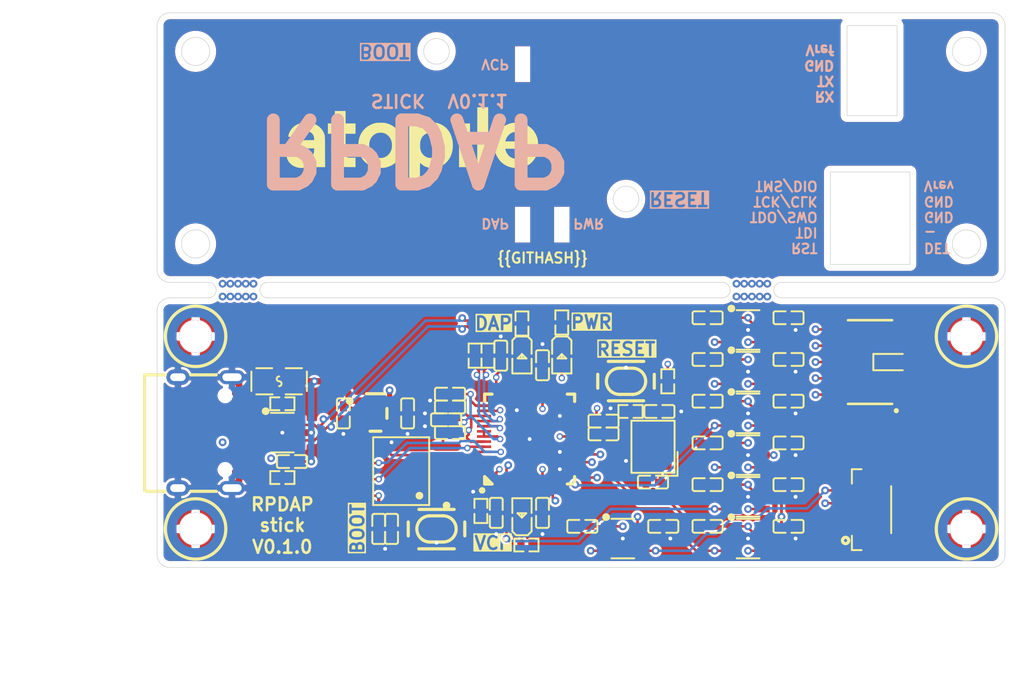
<source format=kicad_pcb>
(kicad_pcb (version 20241229) (generator "pcbnew") (generator_version "9.0")
  (layers (0 "F.Cu" signal) (4 "In1.Cu" signal) (6 "In2.Cu" signal) (2 "B.Cu" signal) (13 "F.Paste" user) (15 "B.Paste" user) (5 "F.SilkS" user "F.Silkscreen") (7 "B.SilkS" user "B.Silkscreen") (1 "F.Mask" user) (3 "B.Mask" user) (25 "Edge.Cuts" user))
  (net 0 "")
  (net 1 "power_vbus-VCC")
  (net 2 "cc[0]-line")
  (net 3 "sbu[0]-line")
  (net 4 "cc[1]-line")
  (net 5 "sbu[1]-line")
  (net 6 "MOSI")
  (net 7 "SWD_DIO")
  (net 8 "reference-VCC")
  (net 9 "XOUT")
  (net 10 "input-USB_D_P")
  (net 11 "SWD_CLK")
  (net 12 "GPIO24")
  (net 13 "_power_vbus-VCC")
  (net 14 "_core_regulator_out_power-VCC")
  (net 15 "input-USB_D_N")
  (net 16 "SCLK")
  (net 17 "GPIO23")
  (net 18 "K")
  (net 19 "GPIO7")
  (net 20 "gpio[27]-line")
  (net 21 "gpio[28]-line")
  (net 22 "gpio[29]-line")
  (net 23 "GPIO6")
  (net 24 "GPIO21")
  (net 25 "data_0")
  (net 26 "footprint-net-0")
  (net 27 "output")
  (net 28 "GPIO5")
  (net 29 "data_2")
  (net 30 "model-a-line-2")
  (net 31 "data_1")
  (net 32 "output-USB_D_N")
  (net 33 "GPIO16")
  (net 34 "model-a-line-3")
  (net 35 "SCL")
  (net 36 "GPIO17")
  (net 37 "MISO")
  (net 38 "model-a-line-1")
  (net 39 "GPIO8")
  (net 40 "model-a-line-0")
  (net 41 "XIN")
  (net 42 "A")
  (net 43 "_power_3v3-anode")
  (net 44 "dir-line")
  (net 45 "GPIO4")
  (net 46 "gpio[26]-line")
  (net 47 "clock")
  (net 48 "data_3")
  (net 49 "GPIO10")
  (net 50 "output-USB_D_P")
  (net 51 "GPIO22")
  (net 52 "footprint-net-3")
  (net 53 "footprint-net-1")
  (net 54 "footprint-net-4")
  (net 55 "footprint-net-2")
  (net 56 "a-TX")
  (net 57 "nRESET")
  (net 58 "TMS_DIO")
  (net 59 "TDI")
  (net 60 "model-a-line-4")
  (net 61 "_7")
  (net 62 "power-anode")
  (net 63 "TDO_SWO")
  (net 64 "TCK_SWCLK")
  (net 65 "uart-RX")
  (net 66 "footprint-cathode-1")
  (net 67 "a-RX")
  (net 68 "footprint-cathode-0")
  (net 69 "uart-TX")
  (net 71 "chip_select")
  (net 72 "RUN")
  (net 73 "connector-net")
  (net 74 "GND")
  (footprint "SHOU_HAN_TYPE_C_16PIN_2MD_073:USB-C-SMD_TYPE-C-6PIN-2MD-073" (layer "F.Cu") (at 4 11.1 -90)
    (property "Reference" "USB1" (hide yes))
    (property "Value" "")
  )
  (footprint "Wuxi_I_core_Elec_AiP74LVC1T45GB236_TR:SOT-23-6_L2.9-W1.6-P0.95-LS2.8-BL" (layer "F.Cu") (at 46 6.35 -90)
    (property "Reference" "U4" (hide yes))
    (property "Value" "")
  )
  (footprint "Wuxi_I_core_Elec_AiP74LVC1T45GB236_TR:SOT-23-6_L2.9-W1.6-P0.95-LS2.8-BL" (layer "F.Cu") (at 36.25 19.35 -90)
    (property "Reference" "U15" (hide yes))
    (property "Value" "")
  )
  (footprint "FH_0402CG150J500NT:C0402" (layer "F.Cu") (at 39.1 9.45 0)
    (property "Reference" "C20" (hide yes))
    (property "Value" "15pF ±5% 50V C0G")
  )
  (footprint "atopile_Logo_25x6mm:atopile_Logo_25x6mm" (layer "F.Cu") (at 17 -11.25 0)
    (property "Reference" "LOGO1" (hide yes))
    (property "Value" "" (hide yes))
  )
  (footprint "Sinhoo_SMTSO1630MTJ:SMD_BD3.2-D2.4" (layer "F.Cu") (at 63 3.6 0)
    (property "Reference" "U13" (hide yes))
    (property "Value" "")
  )
  (footprint "YAGEO_RC0402FR_0727RL:R0402" (layer "F.Cu") (at 24.75 5.1 -90)
    (property "Reference" "R6" (hide yes))
    (property "Value" "27Ω ±1% 62.5mW")
  )
  (footprint "Hubei_KENTO_Elec_Blue_light_0603:LED0603-RD" (layer "F.Cu") (at 28.4 17.6 90)
    (property "Reference" "LED3" (hide yes))
    (property "Value" "")
  )
  (footprint "UNI_ROYAL_0402WGF5101TCE:R0402" (layer "F.Cu") (at 9.75 14.6 0)
    (property "Reference" "R14" (hide yes))
    (property "Value" "5.1kΩ ±1% 62.5mW")
  )
  (footprint "Samsung_Electro_Mechanics_CL05B104KO5NNNC:C0402" (layer "F.Cu") (at 42.85 11.9 180)
    (property "Reference" "C3" (hide yes))
    (property "Value" "100nF ±10% 16V X7R")
  )
  (footprint "Samsung_Electro_Mechanics_CL05B104KO5NNNC:C0402" (layer "F.Cu") (at 19.5 9.6 -90)
    (property "Reference" "C2" (hide yes))
    (property "Value" "100nF ±10% 16V X7R")
  )
  (footprint "Abracon_LLC_ABM8_272_T3:CRYSTAL-SMD_4P-L3.2-W2.5-BL" (layer "F.Cu") (at 38.6 12.2 90)
    (property "Reference" "X1" (hide yes))
    (property "Value" "")
  )
  (footprint "Sinhoo_SMTSO1630MTJ:SMD_BD3.2-D2.4" (layer "F.Cu") (at 3 3.6 0)
    (property "Reference" "U11" (hide yes))
    (property "Value" "")
  )
  (footprint "Samsung_Electro_Mechanics_CL05B104KO5NNNC:C0402" (layer "F.Cu") (at 14.5 9.6 -90)
    (property "Reference" "C1" (hide yes))
    (property "Value" "100nF ±10% 16V X7R")
  )
  (footprint "Winbond_Elec_W25Q128JVSIQ:SOIC-8_L5.3-W5.3-P1.27-LS8.0-BL" (layer "F.Cu") (at 19 14.1 90)
    (property "Reference" "U9" (hide yes))
    (property "Value" "")
  )
  (footprint "Samsung_Electro_Mechanics_CL05B104KO5NNNC:C0402" (layer "F.Cu") (at 34.75 11.2 0)
    (property "Reference" "C23" (hide yes))
    (property "Value" "100nF ±10% 16V X7R")
  )
  (footprint "Samsung_Electro_Mechanics_CL05B104KO5NNNC:C0402" (layer "F.Cu") (at 49.15 5.4 0)
    (property "Reference" "C8" (hide yes))
    (property "Value" "100nF ±10% 16V X7R")
  )
  (footprint "Hubei_KENTO_Elec_KT_0603R:LED0603-RD" (layer "F.Cu") (at 31.5 5.1 -90)
    (property "Reference" "LED2" (hide yes))
    (property "Value" "")
  )
  (footprint "UNI_ROYAL_0402WGF5101TCE:R0402" (layer "F.Cu") (at 9.75 8.85 0)
    (property "Reference" "R13" (hide yes))
    (property "Value" "5.1kΩ ±1% 62.5mW")
  )
  (footprint "Samsung_Electro_Mechanics_CL05B104KO5NNNC:C0402" (layer "F.Cu") (at 49.15 8.65 0)
    (property "Reference" "C6" (hide yes))
    (property "Value" "100nF ±10% 16V X7R")
  )
  (footprint "Sinhoo_SMTSO1630MTJ:SMD_BD3.2-D2.4" (layer "F.Cu") (at 3 18.6 0)
    (property "Reference" "U12" (hide yes))
    (property "Value" "")
  )
  (footprint "FH_0402CG150J500NT:C0402" (layer "F.Cu") (at 38.6 14.95 180)
    (property "Reference" "C19" (hide yes))
    (property "Value" "15pF ±5% 50V C0G")
  )
  (footprint "Samsung_Electro_Mechanics_CL05B104KO5NNNC:C0402" (layer "F.Cu") (at 42.85 18.4 180)
    (property "Reference" "C11" (hide yes))
    (property "Value" "100nF ±10% 16V X7R")
  )
  (footprint "Samsung_Electro_Mechanics_CL05B104KO5NNNC:C0402" (layer "F.Cu") (at 42.85 2.15 180)
    (property "Reference" "C9" (hide yes))
    (property "Value" "100nF ±10% 16V X7R")
  )
  (footprint "Samsung_Electro_Mechanics_CL05B104KO5NNNC:C0402" (layer "F.Cu") (at 26.399999 17.35 -90)
    (property "Reference" "C26" (hide yes))
    (property "Value" "100nF ±10% 16V X7R")
  )
  (footprint "Samsung_Electro_Mechanics_CL05B104KO5NNNC:C0402" (layer "F.Cu") (at 49.15 11.9 0)
    (property "Reference" "C4" (hide yes))
    (property "Value" "100nF ±10% 16V X7R")
  )
  (footprint "Samsung_Electro_Mechanics_CL05B104KO5NNNC:C0402" (layer "F.Cu") (at 49.15 2.15 0)
    (property "Reference" "C10" (hide yes))
    (property "Value" "100nF ±10% 16V X7R")
  )
  (footprint "UNI_ROYAL_0402WGF1001TCE:R0402" (layer "F.Cu") (at 31.5 2.520001 90)
    (property "Reference" "R1" (hide yes))
    (property "Value" "1kΩ ±1% 62.5mW")
  )
  (footprint "Samsung_Electro_Mechanics_CL05B104KO5NNNC:C0402" (layer "F.Cu") (at 30 17.35 -90)
    (property "Reference" "C27" (hide yes))
    (property "Value" "100nF ±10% 16V X7R")
  )
  (footprint "Samsung_Electro_Mechanics_CL05B104KO5NNNC:C0402" (layer "F.Cu") (at 42.85 5.4 180)
    (property "Reference" "C7" (hide yes))
    (property "Value" "100nF ±10% 16V X7R")
  )
  (footprint "Samsung_Electro_Mechanics_CL05B104KO5NNNC:C0402" (layer "F.Cu") (at 39.4 18.4 0)
    (property "Reference" "C33" (hide yes))
    (property "Value" "100nF ±10% 16V X7R")
  )
  (footprint "Samsung_Electro_Mechanics_CL05B104KO5NNNC:C0402" (layer "F.Cu") (at 10.5 13.35 180)
    (property "Reference" "C31" (hide yes))
    (property "Value" "100nF ±10% 16V X7R")
  )
  (footprint "Wuxi_I_core_Elec_AiP74LVC1T45GB236_TR:SOT-23-6_L2.9-W1.6-P0.95-LS2.8-BL" (layer "F.Cu") (at 46 16.1 -90)
    (property "Reference" "U7" (hide yes))
    (property "Value" "")
  )
  (footprint "Samsung_Electro_Mechanics_CL05A225MQ5NSNC:C0402" (layer "F.Cu") (at 22.8 9.1 180)
    (property "Reference" "C16" (hide yes))
    (property "Value" "2.2µF ±20% 6.3V X5R")
  )
  (footprint "Wuxi_I_core_Elec_AiP74LVC1T45GB236_TR:SOT-23-6_L2.9-W1.6-P0.95-LS2.8-BL" (layer "F.Cu") (at 46 12.85 -90)
    (property "Reference" "U2" (hide yes))
    (property "Value" "")
  )
  (footprint "Samsung_Electro_Mechanics_CL05B104KO5NNNC:C0402" (layer "F.Cu") (at 22.8 11.100001 180)
    (property "Reference" "C17" (hide yes))
    (property "Value" "100nF ±10% 16V X7R")
  )
  (footprint "Samtec_FTSH_105_01_L_DV_K_TR:CONN-SMD_FTSH-105-01-L-DV-K-TR" (layer "F.Cu") (at 55.5 5.6 90)
    (property "Reference" "CN1" (hide yes))
    (property "Value" "")
  )
  (footprint "UNI_ROYAL_0402WGF1002TCE:R0402" (layer "F.Cu") (at 28.75 19.85 0)
    (property "Reference" "R8" (hide yes))
    (property "Value" "10kΩ ±1% 62.5mW")
  )
  (footprint "Wuxi_I_core_Elec_AiP74LVC1T45GB236_TR:SOT-23-6_L2.9-W1.6-P0.95-LS2.8-BL" (layer "F.Cu") (at 46 19.35 -90)
    (property "Reference" "U6" (hide yes))
    (property "Value" "")
  )
  (footprint "Raspberry_Pi_RP2040:LQFN-56_L7.0-W7.0-P0.4-EP" (layer "F.Cu") (at 29 11.6 90)
    (property "Reference" "U8" (hide yes))
    (property "Value" "")
  )
  (footprint "ALPSALPINE_SKRPACE010:KEY-SMD_4P-L4.2-W3.2-P2.20-LS4.6" (layer "F.Cu") (at 36.499999 7.1 180)
    (property "Reference" "SW2" (hide yes))
    (property "Value" "")
  )
  (footprint "Samsung_Electro_Mechanics_CL05B104KO5NNNC:C0402" (layer "F.Cu") (at 26.75 5.1 90)
    (property "Reference" "C24" (hide yes))
    (property "Value" "100nF ±10% 16V X7R")
  )
  (footprint "ALPSALPINE_SKRPACE010:KEY-SMD_4P-L4.2-W3.2-P2.20-LS4.6" (layer "F.Cu") (at 21.75 18.6 0)
    (property "Reference" "SW1" (hide yes))
    (property "Value" "")
  )
  (footprint "Samsung_Electro_Mechanics_CL05B104KO5NNNC:C0402" (layer "F.Cu") (at 49.15 15.15 0)
    (property "Reference" "C14" (hide yes))
    (property "Value" "100nF ±10% 16V X7R")
  )
  (footprint "Samsung_Electro_Mechanics_CL05B104KO5NNNC:C0402" (layer "F.Cu") (at 22.5 10.1 180)
    (property "Reference" "C22" (hide yes))
    (property "Value" "100nF ±10% 16V X7R")
  )
  (footprint "UNI_ROYAL_0402WGF1002TCE:R0402" (layer "F.Cu") (at 39.749999 7.1 90)
    (property "Reference" "R5" (hide yes))
    (property "Value" "10kΩ ±1% 62.5mW")
  )
  (footprint "STMicroelectronics_USBLC6_2SC6:SOT-23-6_L2.9-W1.6-P0.95-LS2.8-BL" (layer "F.Cu") (at 9.75 11.1 -90)
    (property "Reference" "D1" (hide yes))
    (property "Value" "")
  )
  (footprint "HCTL_HC_1_0_4PLT:CONN-SMD_4P-P1.00_HC-1.0-4PLT" (layer "F.Cu") (at 55 17.1 90)
    (property "Reference" "U10" (hide yes))
    (property "Value" "")
  )
  (footprint "Samsung_Electro_Mechanics_CL05A225MQ5NSNC:C0402" (layer "F.Cu") (at 22.8 8.1 180)
    (property "Reference" "C21" (hide yes))
    (property "Value" "2.2µF ±20% 6.3V X5R")
  )
  (footprint "Samsung_Electro_Mechanics_CL05B104KO5NNNC:C0402" (layer "F.Cu") (at 42.85 15.15 180)
    (property "Reference" "C13" (hide yes))
    (property "Value" "100nF ±10% 16V X7R")
  )
  (footprint "Hubei_KENTO_Elec_KT_0603R:LED0603-RD" (layer "F.Cu") (at 28.4 5.1 -90)
    (property "Reference" "LED1" (hide yes))
    (property "Value" "")
  )
  (footprint "UNI_ROYAL_0402WGF1001TCE:R0402" (layer "F.Cu") (at 36.85 9.45 180)
    (property "Reference" "R3" (hide yes))
    (property "Value" "1kΩ ±1% 62.5mW")
  )
  (footprint "Samsung_Electro_Mechanics_CL05B104KO5NNNC:C0402" (layer "F.Cu") (at 42.85 8.65 180)
    (property "Reference" "C5" (hide yes))
    (property "Value" "100nF ±10% 16V X7R")
  )
  (footprint "Sinhoo_SMTSO1630MTJ:SMD_BD3.2-D2.4" (layer "F.Cu") (at 63 18.6 0)
    (property "Reference" "U14" (hide yes))
    (property "Value" "")
  )
  (footprint "Samsung_Electro_Mechanics_CL05B104KO5NNNC:C0402" (layer "F.Cu") (at 34.749999 10.2 0)
    (property "Reference" "C18" (hide yes))
    (property "Value" "100nF ±10% 16V X7R")
  )
  (footprint "Wuxi_I_core_Elec_AiP74LVC1T45GB236_TR:SOT-23-6_L2.9-W1.6-P0.95-LS2.8-BL" (layer "F.Cu") (at 46 9.6 -90)
    (property "Reference" "U3" (hide yes))
    (property "Value" "")
  )
  (footprint "Wuxi_I_core_Elec_AiP74LVC1T45GB236_TR:SOT-23-6_L2.9-W1.6-P0.95-LS2.8-BL" (layer "F.Cu") (at 46 3.1 -90)
    (property "Reference" "U5" (hide yes))
    (property "Value" "")
  )
  (footprint "UNI_ROYAL_0402WGF1002TCE:R0402" (layer "F.Cu") (at 28.4 2.6 -90)
    (property "Reference" "R4" (hide yes))
    (property "Value" "10kΩ ±1% 62.5mW")
  )
  (footprint "Samsung_Electro_Mechanics_CL05B104KO5NNNC:C0402" (layer "F.Cu") (at 49.15 18.4 0)
    (property "Reference" "C12" (hide yes))
    (property "Value" "100nF ±10% 16V X7R")
  )
  (footprint "Samsung_Electro_Mechanics_CL05B104KO5NNNC:C0402" (layer "F.Cu") (at 30 5.85 90)
    (property "Reference" "C25" (hide yes))
    (property "Value" "100nF ±10% 16V X7R")
  )
  (footprint "YAGEO_RC0402FR_0727RL:R0402" (layer "F.Cu") (at 25.75 5.1 -90)
    (property "Reference" "R7" (hide yes))
    (property "Value" "27Ω ±1% 62.5mW")
  )
  (footprint "UNI_ROYAL_0402WGF1002TCE:R0402" (layer "F.Cu") (at 25.2 17.2 90)
    (property "Reference" "R2" (hide yes))
    (property "Value" "10kΩ ±1% 62.5mW")
  )
  (footprint "Samsung_Electro_Mechanics_CL05B104KO5NNNC:C0402" (layer "F.Cu") (at 33.1 18.4 180)
    (property "Reference" "C32" (hide yes))
    (property "Value" "100nF ±10% 16V X7R")
  )
  (footprint "BHFUSE_BSMD0805_050_15V:F0805" (layer "F.Cu") (at 9.5 7.099999 0)
    (property "Reference" "F1" (hide yes))
    (property "Value" "")
  )
  (footprint "Samsung_Electro_Mechanics_CL05B104KO5NNNC:C0402" (layer "F.Cu") (at 18.250001 18.6 -90)
    (property "Reference" "C29" (hide yes))
    (property "Value" "100nF ±10% 16V X7R")
  )
  (footprint "Samsung_Electro_Mechanics_CL05A225MQ5NSNC:C0402" (layer "F.Cu") (at 17.25 18.6 -90)
    (property "Reference" "C28" (hide yes))
    (property "Value" "2.2µF ±20% 6.3V X5R")
  )
  (footprint "TECH_PUBLIC_TPAP2112K_3_3TRG1:SOT-23-5_L2.9-W1.6-P0.95-LS2.8-BR" (layer "F.Cu") (at 17 9.6 180)
    (property "Reference" "U1" (hide yes))
    (property "Value" "")
  )
  (via (at 5.7 -0.5) (size 0.6) (drill 0.3) (layers "F.Cu" "B.Cu") (net 0))
  (via (at 7.5 -0.5) (size 0.6) (drill 0.3) (layers "F.Cu" "B.Cu") (net 0))
  (via (at 47.5 -0.5) (size 0.6) (drill 0.3) (layers "F.Cu" "B.Cu") (net 0))
  (via (at 5.1 0.5) (size 0.6) (drill 0.3) (layers "F.Cu" "B.Cu") (net 0))
  (via (at 6.3 0.5) (size 0.6) (drill 0.3) (layers "F.Cu" "B.Cu") (net 0))
  (via (at 8.874999 13.1) (size 0.6) (drill 0.3) (layers "F.Cu" "B.Cu") (net 0))
  (via (at 45.7 0.5) (size 0.6) (drill 0.3) (layers "F.Cu" "B.Cu") (net 0))
  (via (at 6.9 -0.5) (size 0.6) (drill 0.3) (layers "F.Cu" "B.Cu") (net 0))
  (via (at 5.1 -0.5) (size 0.6) (drill 0.3) (layers "F.Cu" "B.Cu") (net 0))
  (via (at 46.9 -0.5) (size 0.6) (drill 0.3) (layers "F.Cu" "B.Cu") (net 0))
  (via (at 46.9 0.5) (size 0.6) (drill 0.3) (layers "F.Cu" "B.Cu") (net 0))
  (via (at 7.5 0.5) (size 0.6) (drill 0.3) (layers "F.Cu" "B.Cu") (net 0))
  (via (at 45.1 0.5) (size 0.6) (drill 0.3) (layers "F.Cu" "B.Cu") (net 0))
  (via (at 6.3 -0.5) (size 0.6) (drill 0.3) (layers "F.Cu" "B.Cu") (net 0))
  (via (at 5.7 0.5) (size 0.6) (drill 0.3) (layers "F.Cu" "B.Cu") (net 0))
  (via (at 6.9 0.5) (size 0.6) (drill 0.3) (layers "F.Cu" "B.Cu") (net 0))
  (via (at 5.1 11.85) (size 0.6) (drill 0.3) (layers "F.Cu" "B.Cu") (net 0))
  (via (at 46.3 -0.5) (size 0.6) (drill 0.3) (layers "F.Cu" "B.Cu") (net 0))
  (via (at 47.5 0.5) (size 0.6) (drill 0.3) (layers "F.Cu" "B.Cu") (net 0))
  (via (at 46.3 0.5) (size 0.6) (drill 0.3) (layers "F.Cu" "B.Cu") (net 0))
  (via (at 45.1 -0.5) (size 0.6) (drill 0.3) (layers "F.Cu" "B.Cu") (net 0))
  (via (at 45.7 -0.5) (size 0.6) (drill 0.3) (layers "F.Cu" "B.Cu") (net 0))
  (via (at 48.6 17.65) (size 0.6) (drill 0.3) (layers "F.Cu" "B.Cu") (net 8))
  (via (at 37.4 17.65) (size 0.6) (drill 0.3) (layers "F.Cu" "B.Cu") (net 8))
  (via (at 23.75 3.025) (size 0.6) (drill 0.3) (layers "F.Cu" "B.Cu") (net 10))
  (via (at 13.550521 10.650521) (size 0.6) (drill 0.3) (layers "F.Cu" "B.Cu") (net 10))
  (via (at 12.000001 11.1) (size 0.6) (drill 0.3) (layers "F.Cu" "B.Cu") (net 13))
  (via (at 12 13.35) (size 0.6) (drill 0.3) (layers "F.Cu" "B.Cu") (net 13))
  (via (at 12.25 7.1) (size 0.6) (drill 0.3) (layers "F.Cu" "B.Cu") (net 13))
  (via (at 24.25 10.9) (size 0.5) (drill 0.3) (layers "F.Cu" "B.Cu") (net 14))
  (via (at 34.25 9.2) (size 0.5) (drill 0.3) (layers "F.Cu" "B.Cu") (net 14))
  (via (at 12.949479 10.049479) (size 0.6) (drill 0.3) (layers "F.Cu" "B.Cu") (net 15))
  (via (at 23.75 2.175) (size 0.6) (drill 0.3) (layers "F.Cu" "B.Cu") (net 15))
  (via (at 43.4 7.3) (size 0.6) (drill 0.3) (layers "F.Cu" "B.Cu") (net 30))
  (via (at 33.85 13.4) (size 0.6) (drill 0.3) (layers "F.Cu" "B.Cu") (net 30))
  (via (at 26.685463 10.05) (size 0.5) (drill 0.3) (layers "F.Cu" "B.Cu") (net 32))
  (via (at 25.6 6.6) (size 0.5) (drill 0.3) (layers "F.Cu" "B.Cu") (net 32))
  (via (at 34.5 12.8) (size 0.6) (drill 0.3) (layers "F.Cu" "B.Cu") (net 34))
  (via (at 43.4 4.05) (size 0.6) (drill 0.3) (layers "F.Cu" "B.Cu") (net 34))
  (via (at 43.4 10.55) (size 0.6) (drill 0.3) (layers "F.Cu" "B.Cu") (net 38))
  (via (at 32.55 15.15) (size 0.6) (drill 0.3) (layers "F.Cu" "B.Cu") (net 38))
  (via (at 43.4 13.8) (size 0.6) (drill 0.3) (layers "F.Cu" "B.Cu") (net 40))
  (via (at 34.25 14.601) (size 0.6) (drill 0.3) (layers "F.Cu" "B.Cu") (net 40))
  (via (at 31.5 6.85) (size 0.5) (drill 0.3) (layers "F.Cu" "B.Cu") (net 43))
  (via (at 23.9 10.291935) (size 0.5) (drill 0.3) (layers "F.Cu" "B.Cu") (net 43))
  (via (at 46 8.65) (size 0.6) (drill 0.3) (layers "F.Cu" "B.Cu") (net 43))
  (via (at 26.701114 9.350171) (size 0.5) (drill 0.3) (layers "F.Cu" "B.Cu") (net 43))
  (via (at 46 18.4) (size 0.6) (drill 0.3) (layers "F.Cu" "B.Cu") (net 43))
  (via (at 46 2.15) (size 0.6) (drill 0.3) (layers "F.Cu" "B.Cu") (net 43))
  (via (at 30 9.25) (size 0.5) (drill 0.3) (layers "F.Cu" "B.Cu") (net 43))
  (via (at 30 13.95) (size 0.5) (drill 0.3) (layers "F.Cu" "B.Cu") (net 43))
  (via (at 17.25 16) (size 0.5) (drill 0.3) (layers "F.Cu" "B.Cu") (net 43))
  (via (at 26.65 13.95) (size 0.5) (drill 0.3) (layers "F.Cu" "B.Cu") (net 43))
  (via (at 26.699999 11.6) (size 0.5) (drill 0.3) (layers "F.Cu" "B.Cu") (net 43))
  (via (at 18.1 7.8) (size 0.6) (drill 0.3) (layers "F.Cu" "B.Cu") (net 43))
  (via (at 46 5.4) (size 0.6) (drill 0.3) (layers "F.Cu" "B.Cu") (net 43))
  (via (at 46 11.9) (size 0.6) (drill 0.3) (layers "F.Cu" "B.Cu") (net 43))
  (via (at 31.35 11.400001) (size 0.5) (drill 0.3) (layers "F.Cu" "B.Cu") (net 43))
  (via (at 24.4 8.1) (size 0.5) (drill 0.3) (layers "F.Cu" "B.Cu") (net 43))
  (via (at 36.25 18.4) (size 0.6) (drill 0.3) (layers "F.Cu" "B.Cu") (net 43))
  (via (at 26.399 6.8) (size 0.5) (drill 0.3) (layers "F.Cu" "B.Cu") (net 43))
  (via (at 39.75 5.75) (size 0.5) (drill 0.3) (layers "F.Cu" "B.Cu") (net 43))
  (via (at 46 15.15) (size 0.6) (drill 0.3) (layers "F.Cu" "B.Cu") (net 43))
  (via (at 48 12.85) (size 0.6) (drill 0.3) (layers "F.Cu" "B.Cu") (net 44))
  (via (at 31 16.4) (size 0.6) (drill 0.3) (layers "F.Cu" "B.Cu") (net 44))
  (via (at 17.25 13.45) (size 0.5) (drill 0.3) (layers "F.Cu" "B.Cu") (net 47))
  (via (at 26.75 12.6) (size 0.5) (drill 0.3) (layers "F.Cu" "B.Cu") (net 47))
  (via (at 17.25 14.725) (size 0.5) (drill 0.3) (layers "F.Cu" "B.Cu") (net 48))
  (via (at 24.15 12.304) (size 0.5) (drill 0.3) (layers "F.Cu" "B.Cu") (net 48))
  (via (at 26.685463 10.75) (size 0.5) (drill 0.3) (layers "F.Cu" "B.Cu") (net 50))
  (via (at 24.9 6.6) (size 0.5) (drill 0.3) (layers "F.Cu" "B.Cu") (net 50))
  (via (at 27.2 19.35) (size 0.6) (drill 0.3) (layers "F.Cu" "B.Cu") (net 56))
  (via (at 43.4 17.05) (size 0.6) (drill 0.3) (layers "F.Cu" "B.Cu") (net 56))
  (via (at 51.25 3.05) (size 0.6) (drill 0.3) (layers "F.Cu" "B.Cu") (net 57))
  (via (at 46 4.05) (size 0.6) (drill 0.3) (layers "F.Cu" "B.Cu") (net 57))
  (via (at 46 13.8) (size 0.6) (drill 0.3) (layers "F.Cu" "B.Cu") (net 58))
  (via (at 51.25 8.15) (size 0.6) (drill 0.3) (layers "F.Cu" "B.Cu") (net 58))
  (via (at 46 20.3) (size 0.6) (drill 0.3) (layers "F.Cu" "B.Cu") (net 59))
  (via (at 51.25 4.33) (size 0.6) (drill 0.3) (layers "F.Cu" "B.Cu") (net 59))
  (via (at 43.4 20.3) (size 0.6) (drill 0.3) (layers "F.Cu" "B.Cu") (net 60))
  (via (at 46 7.3) (size 0.6) (drill 0.3) (layers "F.Cu" "B.Cu") (net 63))
  (via (at 51.25 5.6) (size 0.6) (drill 0.3) (layers "F.Cu" "B.Cu") (net 63))
  (via (at 46 10.55) (size 0.6) (drill 0.3) (layers "F.Cu" "B.Cu") (net 64))
  (via (at 51.25 6.85) (size 0.6) (drill 0.3) (layers "F.Cu" "B.Cu") (net 64))
  (via (at 38.8 20.3) (size 0.6) (drill 0.3) (layers "F.Cu" "B.Cu") (net 65))
  (via (at 52 15.6) (size 0.6) (drill 0.3) (layers "F.Cu" "B.Cu") (net 65))
  (via (at 27.330927 13.635616) (size 0.6) (drill 0.3) (layers "F.Cu" "B.Cu") (net 67))
  (via (at 33.75 20.3) (size 0.6) (drill 0.3) (layers "F.Cu" "B.Cu") (net 67))
  (via (at 46 17.05) (size 0.6) (drill 0.3) (layers "F.Cu" "B.Cu") (net 69))
  (via (at 52 16.6) (size 0.6) (drill 0.3) (layers "F.Cu" "B.Cu") (net 69))
  (via (at 26.75 3.6) (size 0.5) (drill 0.3) (layers "F.Cu" "B.Cu") (net 0))
  (via (at 49.7 12.85) (size 0.6) (drill 0.3) (layers "F.Cu" "B.Cu") (net 0))
  (via (at 49.7 19.35) (size 0.6) (drill 0.3) (layers "F.Cu" "B.Cu") (net 0))
  (via (at 49.7 3.1) (size 0.6) (drill 0.3) (layers "F.Cu" "B.Cu") (net 0))
  (via (at 29 11.6) (size 0.5) (drill 0.3) (layers "F.Cu" "B.Cu") (net 0))
  (via (at 49.7 9.6) (size 0.6) (drill 0.3) (layers "F.Cu" "B.Cu") (net 0))
  (via (at 36.25 19.35) (size 0.6) (drill 0.3) (layers "F.Cu" "B.Cu") (net 0))
  (via (at 36.5 6.03) (size 0.5) (drill 0.3) (layers "F.Cu" "B.Cu") (net 0))
  (via (at 49.7 16.1) (size 0.6) (drill 0.3) (layers "F.Cu" "B.Cu") (net 0))
  (via (at 46 3.1) (size 0.6) (drill 0.3) (layers "F.Cu" "B.Cu") (net 0))
  (via (at 31.35 9.8) (size 0.5) (drill 0.3) (layers "F.Cu" "B.Cu") (net 0))
  (via (at 46 16.1) (size 0.6) (drill 0.3) (layers "F.Cu" "B.Cu") (net 0))
  (via (at 35.3 9.2) (size 0.5) (drill 0.3) (layers "F.Cu" "B.Cu") (net 0))
  (via (at 30 19) (size 0.5) (drill 0.3) (layers "F.Cu" "B.Cu") (net 0))
  (via (at 40.8 9.449999) (size 0.5) (drill 0.3) (layers "F.Cu" "B.Cu") (net 0))
  (via (at 24.6 15.7) (size 0.6) (drill 0.3) (layers "F.Cu" "B.Cu") (net 0))
  (via (at 36.499999 13.3) (size 0.5) (drill 0.3) (layers "F.Cu" "B.Cu") (net 0))
  (via (at 9.75 11.1) (size 0.6) (drill 0.3) (layers "F.Cu" "B.Cu") (net 0))
  (via (at 20.85 10.6) (size 0.5) (drill 0.3) (layers "F.Cu" "B.Cu") (net 0))
  (via (at 19.5 11.2) (size 0.5) (drill 0.3) (layers "F.Cu" "B.Cu") (net 0))
  (via (at 49.7 6.35) (size 0.6) (drill 0.3) (layers "F.Cu" "B.Cu") (net 0))
  (via (at 26.4 19) (size 0.5) (drill 0.3) (layers "F.Cu" "B.Cu") (net 0))
  (via (at 21.75 19.67) (size 0.5) (drill 0.3) (layers "F.Cu" "B.Cu") (net 0))
  (via (at 17.75 20.15) (size 0.5) (drill 0.3) (layers "F.Cu" "B.Cu") (net 0))
  (via (at 20.85 9.6) (size 0.5) (drill 0.3) (layers "F.Cu" "B.Cu") (net 0))
  (via (at 31.35 13.95) (size 0.5) (drill 0.3) (layers "F.Cu" "B.Cu") (net 0))
  (via (at 46 6.35) (size 0.6) (drill 0.3) (layers "F.Cu" "B.Cu") (net 0))
  (via (at 30 4.2) (size 0.5) (drill 0.3) (layers "F.Cu" "B.Cu") (net 0))
  (via (at 14.5 11.2) (size 0.5) (drill 0.3) (layers "F.Cu" "B.Cu") (net 0))
  (via (at 46 9.6) (size 0.6) (drill 0.3) (layers "F.Cu" "B.Cu") (net 0))
  (via (at 46 12.85) (size 0.6) (drill 0.3) (layers "F.Cu" "B.Cu") (net 0))
  (via (at 18.25 11.85) (size 0.5) (drill 0.3) (layers "F.Cu" "B.Cu") (net 0))
  (via (at 46 19.35) (size 0.6) (drill 0.3) (layers "F.Cu" "B.Cu") (net 0))
  (via (at 39.95 19.35) (size 0.6) (drill 0.3) (layers "F.Cu" "B.Cu") (net 0))
  (via (at 21.25 8.6) (size 0.5) (drill 0.3) (layers "F.Cu" "B.Cu") (net 0))
  (via (at 28 9.35) (size 0.5) (drill 0.3) (layers "F.Cu" "B.Cu") (net 0))
  (via (at 31.35 12.6) (size 0.5) (drill 0.3) (layers "F.Cu" "B.Cu") (net 0))
  (zone (net 0) (net_name "") (layers "F.Cu" "B.Cu") (priority 1) (connect_pads (clearance 0.2)) (min_thickness 0.2) (fill yes (thermal_gap 0.2) (thermal_bridge_width 0.5))
    (polygon (pts (xy -1 -0.6) (xy -1 -22.6) (xy 67.5 -22.6) (xy 67.5 -0.6)))
  )
  (zone (net 0) (net_name "") (layers "F.Cu" "B.Cu") (priority 1) (connect_pads (clearance 0.2)) (min_thickness 0.2) (fill yes (thermal_gap 0.2) (thermal_bridge_width 0.5))
    (polygon (pts (xy -1 0.6) (xy -1 22.6) (xy 67.5 22.6) (xy 67.5 0.6)))
  )
  (zone (net 0) (net_name "") (layers "F.Cu" "B.Cu" "In1.Cu" "In2.Cu") (connect_pads (clearance 0)) (min_thickness 0.2) (fill (thermal_gap 0.2) (thermal_bridge_width 0.5))
    (keepout (tracks not_allowed) (vias not_allowed) (pads not_allowed) (copperpour not_allowed) (footprints not_allowed))
    (polygon (pts (xy 27.85 -16.2) (xy 27.85 -19) (xy 29.05 -19) (xy 29.05 -16.2)))
  )
  (zone (net 0) (net_name "") (layers "F.Cu" "B.Cu" "In1.Cu" "In2.Cu") (connect_pads (clearance 0)) (min_thickness 0.2) (fill (thermal_gap 0.2) (thermal_bridge_width 0.5))
    (keepout (tracks not_allowed) (vias not_allowed) (pads not_allowed) (copperpour not_allowed) (footprints not_allowed))
    (polygon (pts (xy 27.85 -3.7) (xy 27.85 -6.5) (xy 29.05 -6.5) (xy 29.05 -3.7)))
  )
  (zone (net 0) (net_name "") (layers "F.Cu" "B.Cu" "In1.Cu" "In2.Cu") (connect_pads (clearance 0)) (min_thickness 0.2) (fill (thermal_gap 0.2) (thermal_bridge_width 0.5))
    (keepout (tracks not_allowed) (vias not_allowed) (pads not_allowed) (copperpour not_allowed) (footprints not_allowed))
    (polygon (pts (xy 32.1 -3.7) (xy 32.1 -6.5) (xy 30.9 -6.5) (xy 30.9 -3.7)))
  )
  (segment (start 6.38 8.7) (end 5.801364 8.7) (width 0.2) (net 1) (layer "F.Cu"))
  (segment (start 5.801364 8.7) (end 5.401364 9.1) (width 0.2) (net 1) (layer "F.Cu"))
  (segment (start 5.25 9.1) (end 4.25 10.1) (width 0.5) (net 1) (layer "F.Cu"))
  (segment (start 4.25 10.1) (end 4.25 12.1) (width 0.5) (net 1) (layer "F.Cu"))
  (segment (start 5.401364 9.1) (end 5.25 9.1) (width 0.2) (net 1) (layer "F.Cu"))
  (segment (start 6.38 13.5) (end 5.801364 13.5) (width 0.2) (net 1) (layer "F.Cu"))
  (segment (start 6.38 8.7) (end 7.65 8.7) (width 0.5) (net 1) (layer "F.Cu"))
  (segment (start 5.801364 13.5) (end 5.401364 13.1) (width 0.2) (net 1) (layer "F.Cu"))
  (segment (start 5.25 13.1) (end 4.25 12.1) (width 0.5) (net 1) (layer "F.Cu"))
  (segment (start 7.65 8.7) (end 8.36 7.99) (width 0.5) (net 1) (layer "F.Cu"))
  (segment (start 8.36 7.99) (end 8.36 7.1) (width 0.5) (net 1) (layer "F.Cu"))
  (segment (start 5.401364 13.1) (end 5.25 13.1) (width 0.2) (net 1) (layer "F.Cu"))
  (segment (start 8.4329 8.85) (end 7.4329 9.85) (width 0.2) (net 2) (layer "F.Cu"))
  (segment (start 7.4329 9.85) (end 6.38 9.85) (width 0.2) (net 2) (layer "F.Cu"))
  (segment (start 9.32 8.85) (end 8.4329 8.85) (width 0.2) (net 2) (layer "F.Cu"))
  (segment (start 9.32 14.6) (end 7.57 12.849999) (width 0.2) (net 4) (layer "F.Cu"))
  (segment (start 7.57 12.849999) (end 6.38 12.849999) (width 0.2) (net 4) (layer "F.Cu"))
  (segment (start 48.6 15.15) (end 47.15 15.15) (width 0.2) (net 8) (layer "F.Cu"))
  (segment (start 38.85 18.4) (end 37.4 18.4) (width 0.2) (net 8) (layer "F.Cu"))
  (segment (start 48.6 18.4) (end 47.15 18.4) (width 0.2) (net 8) (layer "F.Cu"))
  (segment (start 57.54 9.56) (end 56.75 10.35) (width 0.2) (net 8) (layer "F.Cu"))
  (segment (start 48.6 2.15) (end 47.15 2.15) (width 0.2) (net 8) (layer "F.Cu"))
  (segment (start 48.6 5.4) (end 47.15 5.4) (width 0.2) (net 8) (layer "F.Cu"))
  (segment (start 50.75 20.35) (end 49.25 20.35) (width 0.2) (net 8) (layer "F.Cu"))
  (segment (start 48.6 18.4) (end 48.6 17.65) (width 0.2) (net 8) (layer "F.Cu"))
  (segment (start 52.5 18.6) (end 50.75 20.35) (width 0.2) (net 8) (layer "F.Cu"))
  (segment (start 53.74 18.6) (end 52.5 18.6) (width 0.2) (net 8) (layer "F.Cu"))
  (segment (start 48.6 18.4) (end 48.6 10.35) (width 0.2) (net 8) (layer "F.Cu"))
  (segment (start 56.75 10.35) (end 48.6 10.35) (width 0.2) (net 8) (layer "F.Cu"))
  (segment (start 37.4 18.4) (end 37.4 17.65) (width 0.2) (net 8) (layer "F.Cu"))
  (segment (start 48.6 17.65) (end 48.6 2.15) (width 0.2) (net 8) (layer "F.Cu"))
  (segment (start 48.600001 19.700001) (end 48.600001 18.4) (width 0.2) (net 8) (layer "F.Cu"))
  (segment (start 48.6 11.9) (end 47.15 11.9) (width 0.2) (net 8) (layer "F.Cu"))
  (segment (start 57.54 8.14) (end 57.54 9.56) (width 0.2) (net 8) (layer "F.Cu"))
  (segment (start 49.25 20.35) (end 48.600001 19.700001) (width 0.2) (net 8) (layer "F.Cu"))
  (segment (start 48.6 8.65) (end 47.15 8.65) (width 0.2) (net 8) (layer "F.Cu"))
  (segment (start 36.100001 11.8) (end 36.42 11.48) (width 0.2) (net 9) (layer "F.Cu"))
  (segment (start 36.42 11.48) (end 36.42 9.45) (width 0.2) (net 9) (layer "F.Cu"))
  (segment (start 32.55 11.799999) (end 36.100001 11.8) (width 0.2) (net 9) (layer "F.Cu"))
  (segment (start 11.17 12.05) (end 10.9 12.05) (width 0.2) (net 10) (layer "F.Cu"))
  (segment (start 24.75 4.242499) (end 25.025 3.967499) (width 0.2) (net 10) (layer "F.Cu"))
  (segment (start 12.248944 11.701) (end 11.519 11.701) (width 0.2) (net 10) (layer "F.Cu"))
  (segment (start 6.38 10.85) (end 7.25 10.85) (width 0.2) (net 10) (layer "F.Cu"))
  (segment (start 13.267678 10.650521) (end 12.601001 11.317198) (width 0.2) (net 10) (layer "F.Cu"))
  (segment (start 7.25 11.85) (end 6.38 11.850001) (width 0.2) (net 10) (layer "F.Cu"))
  (segment (start 13.550521 10.650521) (end 13.267678 10.650521) (width 0.2) (net 10) (layer "F.Cu"))
  (segment (start 7.25 10.85) (end 7.5 11.1) (width 0.2) (net 10) (layer "F.Cu"))
  (segment (start 8.6 12.05) (end 7.45 12.05) (width 0.2) (net 10) (layer "F.Cu"))
  (segment (start 7.5 11.1) (end 7.5 11.599999) (width 0.2) (net 10) (layer "F.Cu"))
  (segment (start 7.5 11.599999) (end 7.25 11.85) (width 0.2) (net 10) (layer "F.Cu"))
  (segment (start 12.601001 11.348943) (end 12.248944 11.701) (width 0.2) (net 10) (layer "F.Cu"))
  (segment (start 25.025 3.693198) (end 24.156803 2.825001) (width 0.2) (net 10) (layer "F.Cu"))
  (segment (start 8.6 12.05) (end 10.900001 12.05) (width 0.2) (net 10) (layer "F.Cu"))
  (segment (start 7.45 12.05) (end 7.25 11.85) (width 0.2) (net 10) (layer "F.Cu"))
  (segment (start 25.025 3.967499) (end 25.025 3.693198) (width 0.2) (net 10) (layer "F.Cu"))
  (segment (start 24.156803 2.825001) (end 23.949999 2.825001) (width 0.2) (net 10) (layer "F.Cu"))
  (segment (start 11.519 11.701) (end 11.17 12.05) (width 0.2) (net 10) (layer "F.Cu"))
  (segment (start 23.949999 2.825001) (end 23.75 3.025) (width 0.2) (net 10) (layer "F.Cu"))
  (segment (start 12.601001 11.317198) (end 12.601001 11.348943) (width 0.2) (net 10) (layer "F.Cu"))
  (segment (start 24.75 4.67) (end 24.75 4.242499) (width 0.2) (net 10) (layer "F.Cu"))
  (segment (start 23.550001 2.825001) (end 21.093197 2.825001) (width 0.2) (net 10) (layer "B.Cu"))
  (segment (start 21.093197 2.825001) (end 13.550521 10.367678) (width 0.2) (net 10) (layer "B.Cu"))
  (segment (start 23.75 3.025) (end 23.550001 2.825001) (width 0.2) (net 10) (layer "B.Cu"))
  (segment (start 13.550521 10.367678) (end 13.550521 10.650521) (width 0.2) (net 10) (layer "B.Cu"))
  (segment (start 12.000001 11.1) (end 10.9 11.1) (width 0.53) (net 13) (layer "F.Cu"))
  (segment (start 14 7.1) (end 14.899999 7.999999) (width 0.5) (net 13) (layer "F.Cu"))
  (segment (start 11.05 13.35) (end 12 13.35) (width 0.2) (net 13) (layer "F.Cu"))
  (segment (start 14.899999 7.999999) (end 14.899999 8.65) (width 0.5) (net 13) (layer "F.Cu"))
  (segment (start 12.25 7.1) (end 14 7.1) (width 0.5) (net 13) (layer "F.Cu"))
  (segment (start 14.5 9.05) (end 14.9 8.65) (width 0.4) (net 13) (layer "F.Cu"))
  (segment (start 14.9 8.65) (end 15.9 8.65) (width 0.4) (net 13) (layer "F.Cu"))
  (segment (start 16.8 10.55) (end 17 10.35) (width 0.2) (net 13) (layer "F.Cu"))
  (segment (start 17 10.35) (end 17 8.85) (width 0.2) (net 13) (layer "F.Cu"))
  (segment (start 15.9 10.55) (end 16.8 10.55) (width 0.2) (net 13) (layer "F.Cu"))
  (segment (start 17 8.85) (end 16.8 8.65) (width 0.2) (net 13) (layer "F.Cu"))
  (segment (start 12.25 7.1) (end 10.64 7.1) (width 0.5) (net 13) (layer "F.Cu"))
  (segment (start 16.8 8.65) (end 15.9 8.65) (width 0.2) (net 13) (layer "F.Cu"))
  (segment (start 12.000001 11.1) (end 12 7.35) (width 0.5) (net 13) (layer "B.Cu"))
  (segment (start 12.000001 11.1) (end 12 13.35) (width 0.5) (net 13) (layer "B.Cu"))
  (segment (start 12 7.35) (end 12.25 7.1) (width 0.5) (net 13) (layer "B.Cu"))
  (segment (start 33.3 11) (end 34.1 10.2) (width 0.2) (net 14) (layer "F.Cu"))
  (segment (start 34.2 10.2) (end 34.2 9.25) (width 0.2) (net 14) (layer "F.Cu"))
  (segment (start 24.4 11.8) (end 24.049999 11.45) (width 0.2) (net 14) (layer "F.Cu"))
  (segment (start 23.35 9.1) (end 23.475 9.1) (width 0.2) (net 14) (layer "F.Cu"))
  (segment (start 32.55 11) (end 33.3 11) (width 0.2) (net 14) (layer "F.Cu"))
  (segment (start 24.175 9.8) (end 24.45 9.8) (width 0.2) (net 14) (layer "F.Cu"))
  (segment (start 34.1 10.2) (end 34.2 10.2) (width 0.2) (net 14) (layer "F.Cu"))
  (segment (start 24.049999 11.45) (end 23.7 11.100001) (width 0.2) (net 14) (layer "F.Cu"))
  (segment (start 23.7 11.100001) (end 23.35 11.1) (width 0.2) (net 14) (layer "F.Cu"))
  (segment (start 25.45 11.799999) (end 24.450001 11.8) (width 0.2) (net 14) (layer "F.Cu"))
  (segment (start 24.25 11.25) (end 24.25 10.9) (width 0.2) (net 14) (layer "F.Cu"))
  (segment (start 24.450001 11.8) (end 24.4 11.8) (width 0.2) (net 14) (layer "F.Cu"))
  (segment (start 24.049999 11.45) (end 24.25 11.25) (width 0.2) (net 14) (layer "F.Cu"))
  (segment (start 24.25 10.9) (end 24.451 10.699) (width 0.2) (net 14) (layer "F.Cu"))
  (segment (start 34.2 9.25) (end 34.25 9.2) (width 0.2) (net 14) (layer "F.Cu"))
  (segment (start 23.475 9.1) (end 24.175 9.8) (width 0.2) (net 14) (layer "F.Cu"))
  (segment (start 24.451 10.699) (end 24.451 10.063703) (width 0.2) (net 14) (layer "F.Cu"))
  (segment (start 24.45 9.8) (end 25.45 9.8) (width 0.2) (net 14) (layer "F.Cu"))
  (segment (start 24.451 10.063703) (end 24.181148 9.793851) (width 0.2) (net 14) (layer "F.Cu"))
  (segment (start 12.949479 10.332322) (end 12.515872 10.765929) (width 0.2) (net 15) (layer "F.Cu"))
  (segment (start 5.25 10.6) (end 5.25 11.1) (width 0.2) (net 15) (layer "F.Cu"))
  (segment (start 25.75 4.242499) (end 25.475 3.967499) (width 0.2) (net 15) (layer "F.Cu"))
  (segment (start 24.343197 2.374999) (end 23.949999 2.374999) (width 0.2) (net 15) (layer "F.Cu"))
  (segment (start 23.949999 2.374999) (end 23.75 2.175) (width 0.2) (net 15) (layer "F.Cu"))
  (segment (start 12.949479 10.049479) (end 12.949479 10.332322) (width 0.2) (net 15) (layer "F.Cu"))
  (segment (start 11.17 10.15) (end 10.9 10.15) (width 0.2) (net 15) (layer "F.Cu"))
  (segment (start 12.248944 10.499) (end 11.519 10.499) (width 0.2) (net 15) (layer "F.Cu"))
  (segment (start 11.519 10.499) (end 11.17 10.15) (width 0.2) (net 15) (layer "F.Cu"))
  (segment (start 5.5 11.35) (end 6.38 11.35) (width 0.2) (net 15) (layer "F.Cu"))
  (segment (start 8.6 10.15) (end 10.900001 10.15) (width 0.2) (net 15) (layer "F.Cu"))
  (segment (start 25.475 3.506802) (end 24.343197 2.374999) (width 0.2) (net 15) (layer "F.Cu"))
  (segment (start 7.7 10.15) (end 8.6 10.15) (width 0.2) (net 15) (layer "F.Cu"))
  (segment (start 12.515872 10.765929) (end 12.248944 10.499) (width 0.2) (net 15) (layer "F.Cu"))
  (segment (start 6.38 10.349999) (end 5.5 10.349999) (width 0.2) (net 15) (layer "F.Cu"))
  (segment (start 25.75 4.67) (end 25.75 4.242499) (width 0.2) (net 15) (layer "F.Cu"))
  (segment (start 5.5 10.349999) (end 5.25 10.6) (width 0.2) (net 15) (layer "F.Cu"))
  (segment (start 5.25 11.1) (end 5.5 11.35) (width 0.2) (net 15) (layer "F.Cu"))
  (segment (start 6.38 10.349999) (end 7.5 10.35) (width 0.2) (net 15) (layer "F.Cu"))
  (segment (start 25.475 3.967499) (end 25.475 3.506802) (width 0.2) (net 15) (layer "F.Cu"))
  (segment (start 7.5 10.35) (end 7.7 10.15) (width 0.2) (net 15) (layer "F.Cu"))
  (segment (start 20.906803 2.374999) (end 13.232322 10.049479) (width 0.2) (net 15) (layer "B.Cu"))
  (segment (start 23.550001 2.374999) (end 20.906803 2.374999) (width 0.2) (net 15) (layer "B.Cu"))
  (segment (start 23.75 2.175) (end 23.550001 2.374999) (width 0.2) (net 15) (layer "B.Cu"))
  (segment (start 13.232322 10.049479) (end 12.949479 10.049479) (width 0.2) (net 15) (layer "B.Cu"))
  (segment (start 28.4 4.300001) (end 28.4 3.03) (width 0.2) (net 18) (layer "F.Cu"))
  (segment (start 24.254 12.854) (end 18.254 12.853999) (width 0.2) (net 25) (layer "F.Cu"))
  (segment (start 18.254 12.853999) (end 17.6 12.2) (width 0.2) (net 25) (layer "F.Cu"))
  (segment (start 24.4 13) (end 24.254 12.854) (width 0.2) (net 25) (layer "F.Cu"))
  (segment (start 25.449999 13) (end 24.4 13) (width 0.2) (net 25) (layer "F.Cu"))
  (segment (start 17.6 12.2) (end 15.47 12.2) (width 0.2) (net 25) (layer "F.Cu"))
  (segment (start 37.75 11.1) (end 37.75 9.92) (width 0.2) (net 27) (layer "F.Cu"))
  (segment (start 37.75 9.92) (end 38.08 9.92) (width 0.2) (net 27) (layer "F.Cu"))
  (segment (start 38.08 9.92) (end 38.55 9.45) (width 0.2) (net 27) (layer "F.Cu"))
  (segment (start 37.75 9.92) (end 37.28 9.45) (width 0.2) (net 27) (layer "F.Cu"))
  (segment (start 24.3 13.4) (end 24.23 13.47) (width 0.2) (net 29) (layer "F.Cu"))
  (segment (start 25.45 13.4) (end 24.3 13.4) (width 0.2) (net 29) (layer "F.Cu"))
  (segment (start 24.23 13.47) (end 22.53 13.47) (width 0.2) (net 29) (layer "F.Cu"))
  (segment (start 44.85 7.3) (end 43.4 7.3) (width 0.2) (net 30) (layer "F.Cu"))
  (segment (start 32.55 13.4) (end 33.85 13.4) (width 0.2) (net 30) (layer "F.Cu"))
  (segment (start 24.7 13.8) (end 23.77 14.73) (width 0.2) (net 31) (layer "F.Cu"))
  (segment (start 25.45 13.8) (end 24.7 13.8) (width 0.2) (net 31) (layer "F.Cu"))
  (segment (start 23.77 14.73) (end 22.53 14.73) (width 0.2) (net 31) (layer "F.Cu"))
  (segment (start 25.45 6.45) (end 25.6 6.6) (width 0.2) (net 32) (layer "F.Cu"))
  (segment (start 26.535463 10.2) (end 26.685463 10.05) (width 0.2) (net 32) (layer "F.Cu"))
  (segment (start 25.449999 10.2) (end 26.535463 10.2) (width 0.2) (net 32) (layer "F.Cu"))
  (segment (start 25.75 5.53) (end 25.75 5.957501) (width 0.2) (net 32) (layer "F.Cu"))
  (segment (start 25.75 5.957501) (end 25.45 6.257501) (width 0.2) (net 32) (layer "F.Cu"))
  (segment (start 25.45 6.257501) (end 25.45 6.45) (width 0.2) (net 32) (layer "F.Cu"))
  (segment (start 26.132844 10.2) (end 25.45 9.517156) (width 0.2) (net 32) (layer "B.Cu"))
  (segment (start 26.535463 10.2) (end 26.132844 10.2) (width 0.2) (net 32) (layer "B.Cu"))
  (segment (start 25.45 9.517156) (end 25.45 6.75) (width 0.2) (net 32) (layer "B.Cu"))
  (segment (start 25.45 6.75) (end 25.6 6.6) (width 0.2) (net 32) (layer "B.Cu"))
  (segment (start 26.685463 10.05) (end 26.535463 10.2) (width 0.2) (net 32) (layer "B.Cu"))
  (segment (start 32.550001 13) (end 33.35 13) (width 0.2) (net 34) (layer "F.Cu"))
  (segment (start 33.45 12.9) (end 33.55 12.8) (width 0.2) (net 34) (layer "F.Cu"))
  (segment (start 44.85 4.05) (end 43.4 4.05) (width 0.2) (net 34) (layer "F.Cu"))
  (segment (start 33.55 12.8) (end 34.5 12.8) (width 0.2) (net 34) (layer "F.Cu"))
  (segment (start 33.35 13) (end 33.45 12.9) (width 0.2) (net 34) (layer "F.Cu"))
  (segment (start 31.600001 15.15) (end 32.55 15.15) (width 0.2) (net 38) (layer "F.Cu"))
  (segment (start 44.85 10.549999) (end 43.4 10.55) (width 0.2) (net 38) (layer "F.Cu"))
  (segment (start 43.4 10.55) (end 38.748001 15.202) (width 0.2) (net 38) (layer "B.Cu"))
  (segment (start 38.748001 15.202) (end 32.602 15.202) (width 0.2) (net 38) (layer "B.Cu"))
  (segment (start 32.602 15.202) (end 32.55 15.15) (width 0.2) (net 38) (layer "B.Cu"))
  (segment (start 44.85 13.799999) (end 43.4 13.8) (width 0.2) (net 40) (layer "F.Cu"))
  (segment (start 33.601 14.601) (end 34.25 14.601) (width 0.2) (net 40) (layer "F.Cu"))
  (segment (start 32.55 14.200001) (end 33.200001 14.200001) (width 0.2) (net 40) (layer "F.Cu"))
  (segment (start 33.200001 14.200001) (end 33.601 14.601) (width 0.2) (net 40) (layer "F.Cu"))
  (segment (start 39.45 13.05) (end 39.449999 13.3) (width 0.2) (net 41) (layer "F.Cu"))
  (segment (start 32.55 12.2) (end 38.6 12.2) (width 0.2) (net 41) (layer "F.Cu"))
  (segment (start 39.15 13.6) (end 39.449999 13.3) (width 0.2) (net 41) (layer "F.Cu"))
  (segment (start 38.6 12.2) (end 39.45 13.05) (width 0.2) (net 41) (layer "F.Cu"))
  (segment (start 39.15 14.95) (end 39.15 13.6) (width 0.2) (net 41) (layer "F.Cu"))
  (segment (start 28.4 8.05) (end 28.4 5.9) (width 0.2) (net 42) (layer "F.Cu"))
  (segment (start 26.25 9) (end 25.45 8.999999) (width 0.2) (net 43) (layer "F.Cu"))
  (segment (start 43.4 11.9) (end 44.85 11.9) (width 0.2) (net 43) (layer "F.Cu"))
  (segment (start 44.85 2.149999) (end 46 2.15) (width 0.2) (net 43) (layer "F.Cu"))
  (segment (start 43.4 5.4) (end 44.85 5.4) (width 0.2) (net 43) (layer "F.Cu"))
  (segment (start 46.849943 19.35) (end 46 18.500057) (width 0.2) (net 43) (layer "F.Cu"))
  (segment (start 15.47 16.01) (end 17.24 16.01) (width 0.2) (net 43) (layer "F.Cu"))
  (segment (start 33.5 11.4) (end 33.7 11.2) (width 0.2) (net 43) (layer "F.Cu"))
  (segment (start 25.45 9.4) (end 25.45 8.999999) (width 0.2) (net 43) (layer "F.Cu"))
  (segment (start 46 15.250057) (end 46 15.15) (width 0.2) (net 43) (layer "F.Cu"))
  (segment (start 47.150001 9.6) (end 46.849943 9.6) (width 0.2) (net 43) (layer "F.Cu"))
  (segment (start 43.4 18.4) (end 44.85 18.4) (width 0.2) (net 43) (layer "F.Cu"))
  (segment (start 47.150001 16.1) (end 46.849943 16.1) (width 0.2) (net 43) (layer "F.Cu"))
  (segment (start 30 15.15) (end 30 13.95) (width 0.2) (net 43) (layer "F.Cu"))
  (segment (start 26.4 14.2) (end 26.65 13.95) (width 0.2) (net 43) (layer "F.Cu"))
  (segment (start 46.849943 3.1) (end 46 2.250057) (width 0.2) (net 43) (layer "F.Cu"))
  (segment (start 25.45 11.400001) (end 26.5 11.400001) (width 0.2) (net 43) (layer "F.Cu"))
  (segment (start 44.85 18.400001) (end 46 18.4) (width 0.2) (net 43) (layer "F.Cu"))
  (segment (start 30 8.05) (end 30 6.4) (width 0.2) (net 43) (layer "F.Cu"))
  (segment (start 35.1 18.4) (end 36.25 18.4) (width 0.2) (net 43) (layer "F.Cu"))
  (segment (start 25.45 8.999999) (end 24.8 9) (width 0.2) (net 43) (layer "F.Cu"))
  (segment (start 23.708065 10.1) (end 23.9 10.291935) (width 0.2) (net 43) (layer "F.Cu"))
  (segment (start 39.749999 6.67) (end 39.75 5.75) (width 0.2) (net 43) (layer "F.Cu"))
  (segment (start 24.4 8.6) (end 24.4 8.1) (width 0.2) (net 43) (layer "F.Cu"))
  (segment (start 31.5 5.899999) (end 31.5 6.85) (width 0.2) (net 43) (layer "F.Cu"))
  (segment (start 15 16.01) (end 15.47 16.01) (width 0.25) (net 43) (layer "F.Cu"))
  (segment (start 43.4 2.15) (end 44.85 2.15) (width 0.2) (net 43) (layer "F.Cu"))
  (segment (start 26.37 16.77) (end 26.4 16.8) (width 0.2) (net 43) (layer "F.Cu"))
  (segment (start 26.399999 8.05) (end 26.4 8.85) (width 0.2) (net 43) (layer "F.Cu"))
  (segment (start 32.55 11.400001) (end 31.35 11.400001) (width 0.2) (net 43) (layer "F.Cu"))
  (segment (start 44.85 15.150001) (end 46 15.15) (width 0.2) (net 43) (layer "F.Cu"))
  (segment (start 26.4 16.8) (end 26.399999 15.15) (width 0.2) (net 43) (layer "F.Cu"))
  (segment (start 17.25 18.05) (end 17.25 16.01) (width 0.25) (net 43) (layer "F.Cu"))
  (segment (start 47.150001 19.35) (end 46.849943 19.35) (width 0.2) (net 43) (layer "F.Cu"))
  (segment (start 30 8.05) (end 30 9.25) (width 0.2) (net 43) (layer "F.Cu"))
  (segment (start 33.65 18.4) (end 35.1 18.4) (width 0.2) (net 43) (layer "F.Cu"))
  (segment (start 23.35 8.1) (end 24.4 8.1) (width 0.2) (net 43) (layer "F.Cu"))
  (segment (start 25.2 16.77) (end 26.37 16.77) (width 0.2) (net 43) (layer "F.Cu"))
  (segment (start 26.4 8.85) (end 26.25 9) (width 0.2) (net 43) (layer "F.Cu"))
  (segment (start 18.1 8.65) (end 18.1 7.8) (width 0.4) (net 43) (layer "F.Cu"))
  (segment (start 46.849943 9.6) (end 46 8.750057) (width 0.2) (net 43) (layer "F.Cu"))
  (segment (start 44.849999 8.65) (end 46 8.65) (width 0.2) (net 43) (layer "F.Cu"))
  (segment (start 32.55 11.400001) (end 33.5 11.4) (width 0.2) (net 43) (layer "F.Cu"))
  (segment (start 26.75 6.25) (end 26.399 6.601) (width 0.2) (net 43) (layer "F.Cu"))
  (segment (start 43.4 8.65) (end 44.85 8.65) (width 0.2) (net 43) (layer "F.Cu"))
  (segment (start 43.4 15.15) (end 44.85 15.15) (width 0.2) (net 43) (layer "F.Cu"))
  (segment (start 18.1 8.65) (end 19.1 8.65) (width 0.4) (net 43) (layer "F.Cu"))
  (segment (start 26.75 5.65) (end 26.75 6.25) (width 0.2) (net 43) (layer "F.Cu"))
  (segment (start 23.05 10.1) (end 23.708065 10.1) (width 0.2) (net 43) (layer "F.Cu"))
  (segment (start 44.85 11.900001) (end 46 11.9) (width 0.2) (net 43) (layer "F.Cu"))
  (segment (start 47.15 3.099999) (end 46.849943 3.1) (width 0.2) (net 43) (layer "F.Cu"))
  (segment (start 44.85 5.399999) (end 46 5.4) (width 0.2) (net 43) (layer "F.Cu"))
  (segment (start 46 2.250057) (end 46 2.15) (width 0.2) (net 43) (layer "F.Cu"))
  (segment (start 25.45 11) (end 25.45 11.400001) (width 0.2) (net 43) (layer "F.Cu"))
  (segment (start 46 8.750057) (end 46 8.65) (width 0.2) (net 43) (layer "F.Cu"))
  (segment (start 19.1 8.65) (end 19.5 9.05) (width 0.4) (net 43) (layer "F.Cu"))
  (segment (start 26.399 6.601) (end 26.399 6.8) (width 0.2) (net 43) (layer "F.Cu"))
  (segment (start 17.24 16.01) (end 17.25 16) (width 0.2) (net 43) (layer "F.Cu"))
  (segment (start 26.399999 15.15) (end 26.4 14.2) (width 0.2) (net 43) (layer "F.Cu"))
  (segment (start 46.849943 16.1) (end 46 15.250057) (width 0.2) (net 43) (layer "F.Cu"))
  (segment (start 30 16.8) (end 30 15.15) (width 0.2) (net 43) (layer "F.Cu"))
  (segment (start 26.5 11.400001) (end 26.699999 11.6) (width 0.2) (net 43) (layer "F.Cu"))
  (segment (start 25.45 9.4) (end 26.651285 9.4) (width 0.2) (net 43) (layer "F.Cu"))
  (segment (start 17.25 18.05) (end 18.25 18.05) (width 0.25) (net 43) (layer "F.Cu"))
  (segment (start 46 18.500057) (end 46 18.4) (width 0.2) (net 43) (layer "F.Cu"))
  (segment (start 26.399 6.8) (end 26.399 8.05) (width 0.2) (net 43) (layer "F.Cu"))
  (segment (start 26.651285 9.4) (end 26.701114 9.350171) (width 0.2) (net 43) (layer "F.Cu"))
  (segment (start 24.8 9) (end 24.4 8.6) (width 0.2) (net 43) (layer "F.Cu"))
  (segment (start 33.7 11.2) (end 34.2 11.2) (width 0.2) (net 43) (layer "F.Cu"))
  (segment (start 26.699999 11.6) (end 26.208065 11.6) (width 0.2) (net 43) (layer "B.Cu"))
  (segment (start 24.4 9.791935) (end 24.4 8.1) (width 0.2) (net 43) (layer "B.Cu"))
  (segment (start 26.208065 11.6) (end 24.4 9.791935) (width 0.2) (net 43) (layer "B.Cu"))
  (segment (start 23.9 10.291935) (end 24.4 9.791935) (width 0.2) (net 43) (layer "B.Cu"))
  (segment (start 30.8 15.15) (end 30.8 16.2) (width 0.2) (net 44) (layer "F.Cu"))
  (segment (start 47.150001 12.85) (end 48 12.85) (width 0.2) (net 44) (layer "F.Cu"))
  (segment (start 30.8 16.2) (end 31 16.4) (width 0.2) (net 44) (layer "F.Cu"))
  (segment (start 25.45 12.6) (end 26.75 12.6) (width 0.2) (net 47) (layer "F.Cu"))
  (segment (start 17.23 13.47) (end 17.25 13.45) (width 0.2) (net 47) (layer "F.Cu"))
  (segment (start 15.47 13.47) (end 17.23 13.47) (width 0.2) (net 47) (layer "F.Cu"))
  (segment (start 25.5 12.6) (end 26.75 12.6) (width 0.2) (net 47) (layer "B.Cu"))
  (segment (start 17.9 13.45) (end 19.447 11.902999) (width 0.2) (net 47) (layer "B.Cu"))
  (segment (start 23.65 11.753) (end 24.653 11.753) (width 0.2) (net 47) (layer "B.Cu"))
  (segment (start 23.5 11.903) (end 23.65 11.753) (width 0.2) (net 47) (layer "B.Cu"))
  (segment (start 17.25 13.45) (end 17.9 13.45) (width 0.2) (net 47) (layer "B.Cu"))
  (segment (start 24.653 11.753) (end 25.5 12.6) (width 0.2) (net 47) (layer "B.Cu"))
  (segment (start 19.447 11.902999) (end 23.5 11.903) (width 0.2) (net 47) (layer "B.Cu"))
  (segment (start 24.254 12.2) (end 24.15 12.304) (width 0.2) (net 48) (layer "F.Cu"))
  (segment (start 17.245 14.73) (end 17.25 14.725) (width 0.2) (net 48) (layer "F.Cu"))
  (segment (start 15.47 14.73) (end 17.245 14.73) (width 0.2) (net 48) (layer "F.Cu"))
  (segment (start 25.45 12.2) (end 24.254 12.2) (width 0.2) (net 48) (layer "F.Cu"))
  (segment (start 24.15 12.304) (end 19.671 12.304) (width 0.2) (net 48) (layer "B.Cu"))
  (segment (start 17.25 14.725) (end 19.671 12.304) (width 0.2) (net 48) (layer "B.Cu"))
  (segment (start 25.05 6.45) (end 24.9 6.6) (width 0.2) (net 50) (layer "F.Cu"))
  (segment (start 24.75 5.53) (end 24.75 5.957501) (width 0.2) (net 50) (layer "F.Cu"))
  (segment (start 25.05 6.257501) (end 25.05 6.45) (width 0.2) (net 50) (layer "F.Cu"))
  (segment (start 24.75 5.957501) (end 25.05 6.257501) (width 0.2) (net 50) (layer "F.Cu"))
  (segment (start 25.45 10.6) (end 26.535463 10.6) (width 0.2) (net 50) (layer "F.Cu"))
  (segment (start 26.535463 10.6) (end 26.685463 10.75) (width 0.2) (net 50) (layer "F.Cu"))
  (segment (start 26.535463 10.6) (end 25.967156 10.6) (width 0.2) (net 50) (layer "B.Cu"))
  (segment (start 25.05 6.75) (end 24.9 6.6) (width 0.2) (net 50) (layer "B.Cu"))
  (segment (start 25.05 9.682844) (end 25.05 6.75) (width 0.2) (net 50) (layer "B.Cu"))
  (segment (start 26.685463 10.75) (end 26.535463 10.6) (width 0.2) (net 50) (layer "B.Cu"))
  (segment (start 25.967156 10.6) (end 25.05 9.682844) (width 0.2) (net 50) (layer "B.Cu"))
  (segment (start 26.8 15.9) (end 26.8 15.15) (width 0.2) (net 56) (layer "F.Cu"))
  (segment (start 43.4 17.05) (end 44.85 17.049999) (width 0.2) (net 56) (layer "F.Cu"))
  (segment (start 27.2 16.3) (end 26.8 15.9) (width 0.2) (net 56) (layer "F.Cu"))
  (segment (start 27.2 19.35) (end 27.2 16.3) (width 0.2) (net 56) (layer "F.Cu"))
  (segment (start 27.2 19.45) (end 27.2 19.35) (width 0.2) (net 56) (layer "F.Cu"))
  (segment (start 32.799 19.551) (end 35.3 17.05) (width 0.2) (net 56) (layer "B.Cu"))
  (segment (start 35.3 17.05) (end 43.4 17.05) (width 0.2) (net 56) (layer "B.Cu"))
  (segment (start 27.2 19.35) (end 27.401 19.551) (width 0.2) (net 56) (layer "B.Cu"))
  (segment (start 27.401 19.551) (end 32.799 19.551) (width 0.2) (net 56) (layer "B.Cu"))
  (segment (start 53.47 3.06) (end 51.26 3.06) (width 0.2) (net 57) (layer "F.Cu"))
  (segment (start 47.15 4.05) (end 46 4.05) (width 0.2) (net 57) (layer "F.Cu"))
  (segment (start 51.26 3.06) (end 51.25 3.05) (width 0.2) (net 57) (layer "F.Cu"))
  (segment (start 51.26 8.14) (end 51.25 8.15) (width 0.2) (net 58) (layer "F.Cu"))
  (segment (start 53.47 8.14) (end 51.26 8.14) (width 0.2) (net 58) (layer "F.Cu"))
  (segment (start 47.15 13.8) (end 46 13.8) (width 0.2) (net 58) (layer "F.Cu"))
  (segment (start 47.15 20.3) (end 46 20.3) (width 0.2) (net 59) (layer "F.Cu"))
  (segment (start 53.47 4.33) (end 51.25 4.33) (width 0.2) (net 59) (layer "F.Cu"))
  (segment (start 40 16.6) (end 41.25 17.85) (width 0.2) (net 60) (layer "F.Cu"))
  (segment (start 37.5 16.6) (end 40 16.6) (width 0.2) (net 60) (layer "F.Cu"))
  (segment (start 41.25 17.85) (end 41.25 19.6) (width 0.2) (net 60) (layer "F.Cu"))
  (segment (start 34.901 14.001) (end 37.5 16.6) (width 0.2) (net 60) (layer "F.Cu"))
  (segment (start 41.95 20.3) (end 43.4 20.3) (width 0.2) (net 60) (layer "F.Cu"))
  (segment (start 33.400057 13.8) (end 33.601057 14.001) (width 0.2) (net 60) (layer "F.Cu"))
  (segment (start 32.55 13.8) (end 33.400057 13.8) (width 0.2) (net 60) (layer "F.Cu"))
  (segment (start 33.601057 14.001) (end 34.901 14.001) (width 0.2) (net 60) (layer "F.Cu"))
  (segment (start 44.85 20.3) (end 43.4 20.3) (width 0.2) (net 60) (layer "F.Cu"))
  (segment (start 41.25 19.6) (end 41.95 20.3) (width 0.2) (net 60) (layer "F.Cu"))
  (segment (start 27.6 16.000001) (end 28.4 16.800001) (width 0.2) (net 62) (layer "F.Cu"))
  (segment (start 27.6 15.150001) (end 27.6 16.000001) (width 0.2) (net 62) (layer "F.Cu"))
  (segment (start 47.15 7.3) (end 46 7.3) (width 0.2) (net 63) (layer "F.Cu"))
  (segment (start 53.47 5.6) (end 51.25 5.6) (width 0.2) (net 63) (layer "F.Cu"))
  (segment (start 53.47 6.87) (end 51.27 6.87) (width 0.2) (net 64) (layer "F.Cu"))
  (segment (start 47.15 10.55) (end 46 10.55) (width 0.2) (net 64) (layer "F.Cu"))
  (segment (start 51.27 6.87) (end 51.25 6.85) (width 0.2) (net 64) (layer "F.Cu"))
  (segment (start 53.74 15.6) (end 52 15.6) (width 0.2) (net 65) (layer "F.Cu"))
  (segment (start 37.4 20.3) (end 38.8 20.3) (width 0.2) (net 65) (layer "F.Cu"))
  (segment (start 47.5 17) (end 46.75 17.75) (width 0.2) (net 65) (layer "B.Cu"))
  (segment (start 52 15.6) (end 50.6 17) (width 0.2) (net 65) (layer "B.Cu"))
  (segment (start 44.75 17.75) (end 43.5 19) (width 0.2) (net 65) (layer "B.Cu"))
  (segment (start 50.6 17) (end 47.5 17) (width 0.2) (net 65) (layer "B.Cu"))
  (segment (start 41.45 20.3) (end 38.8 20.3) (width 0.2) (net 65) (layer "B.Cu"))
  (segment (start 43.5 19) (end 42.75 19) (width 0.2) (net 65) (layer "B.Cu"))
  (segment (start 42.75 19) (end 41.45 20.3) (width 0.2) (net 65) (layer "B.Cu"))
  (segment (start 46.75 17.75) (end 44.75 17.75) (width 0.2) (net 65) (layer "B.Cu"))
  (segment (start 28.4 18.399999) (end 28.4 19.77) (width 0.2) (net 66) (layer "F.Cu"))
  (segment (start 28.4 19.77) (end 28.32 19.85) (width 0.2) (net 66) (layer "F.Cu"))
  (segment (start 27.2 15.15) (end 27.2 13.766543) (width 0.2) (net 67) (layer "F.Cu"))
  (segment (start 35.1 20.3) (end 33.75 20.3) (width 0.2) (net 67) (layer "F.Cu"))
  (segment (start 27.2 13.766543) (end 27.330927 13.635616) (width 0.2) (net 67) (layer "F.Cu"))
  (segment (start 31.506322 3.042837) (end 31.506322 4.293678) (width 0.2) (net 68) (layer "F.Cu"))
  (segment (start 31.506322 4.293678) (end 31.5 4.300001) (width 0.2) (net 68) (layer "F.Cu"))
  (segment (start 53.74 16.6) (end 52 16.6) (width 0.2) (net 69) (layer "F.Cu"))
  (segment (start 47.15 17.05) (end 46 17.05) (width 0.2) (net 69) (layer "F.Cu"))
  (segment (start 61.399 2.851) (end 61.399 4.349) (width 0.2) (net 0) (layer "F.Cu"))
  (segment (start 3.749 20.201) (end 4.16 19.79) (width 0.2) (net 0) (layer "F.Cu"))
  (segment (start 22.25 10.1) (end 22.25 8.6) (width 0.2) (net 0) (layer "F.Cu"))
  (segment (start 35.1 19.35) (end 36.25 19.35) (width 0.2) (net 0) (layer "F.Cu"))
  (segment (start 39.65 9.45) (end 39.65 10.9) (width 0.25) (net 0) (layer "F.Cu"))
  (segment (start 6.38 14.3) (end 6.38 14.87) (width 0.5) (net 0) (layer "F.Cu"))
  (segment (start 61.81 4.76) (end 62.251 5.201) (width 0.2) (net 0) (layer "F.Cu"))
  (segment (start 1.399 19.349) (end 1.399 17.851) (width 0.2) (net 0) (layer "F.Cu"))
  (segment (start 64.16 19.79) (end 64.601 19.349) (width 0.2) (net 0) (layer "F.Cu"))
  (segment (start 42.299999 2.15) (end 42.3 2.62) (width 0.2) (net 0) (layer "F.Cu"))
  (segment (start 1.81 4.76) (end 1.399 4.349) (width 0.2) (net 0) (layer "F.Cu"))
  (segment (start 42.3 9.12) (end 42.78 9.6) (width 0.2) (net 0) (layer "F.Cu"))
  (segment (start 49.700001 8.65) (end 49.7 9.6) (width 0.2) (net 0) (layer "F.Cu"))
  (segment (start 35.3 10.2) (end 35.3 9.2) (width 0.2) (net 0) (layer "F.Cu"))
  (segment (start 39.950001 18.4) (end 39.95 19.35) (width 0.2) (net 0) (layer "F.Cu"))
  (segment (start 27.43 2.17) (end 28.4 2.17) (width 0.2) (net 0) (layer "F.Cu"))
  (segment (start 26.4 17.9) (end 26.4 19) (width 0.2) (net 0) (layer "F.Cu"))
  (segment (start 30 12.6) (end 29 11.6) (width 0.2) (net 0) (layer "F.Cu"))
  (segment (start 44.85 3.1) (end 46 3.1) (width 0.2) (net 0) (layer "F.Cu"))
  (segment (start 42.78 16.1) (end 44.85 16.1) (width 0.2) (net 0) (layer "F.Cu"))
  (segment (start 31.35 12.6) (end 30 12.6) (width 0.2) (net 0) (layer "F.Cu"))
  (segment (start 28 9.35) (end 28 10.6) (width 0.2) (net 0) (layer "F.Cu"))
  (segment (start 42.3 2.62) (end 42.78 3.1) (width 0.2) (net 0) (layer "F.Cu"))
  (segment (start 18.6 12.200001) (end 18.25 11.85) (width 0.2) (net 0) (layer "F.Cu"))
  (segment (start 32.55 18.87) (end 33.03 19.35) (width 0.2) (net 0) (layer "F.Cu"))
  (segment (start 26.75 3.6) (end 26.75 2.85) (width 0.2) (net 0) (layer "F.Cu"))
  (segment (start 42.78 9.6) (end 44.85 9.6) (width 0.2) (net 0) (layer "F.Cu"))
  (segment (start 2.251 16.999) (end 3.749 16.999) (width 0.2) (net 0) (layer "F.Cu"))
  (segment (start 3.55 5.4) (end 4.16 4.79) (width 0.2) (net 0) (layer "F.Cu"))
  (segment (start 42.3 12.37) (end 42.78 12.85) (width 0.2) (net 0) (layer "F.Cu"))
  (segment (start 36.499999 13.3) (end 37.75 13.3) (width 0.2) (net 0) (layer "F.Cu"))
  (segment (start 1.399 2.851) (end 1.84 2.41) (width 0.2) (net 0) (layer "F.Cu"))
  (segment (start 63.749 5.201) (end 64.16 4.79) (width 0.2) (net 0) (layer "F.Cu"))
  (segment (start 1.81 4.76) (end 2.45 5.4) (width 0.2) (net 0) (layer "F.Cu"))
  (segment (start 42.299999 5.4) (end 42.3 5.87) (width 0.2) (net 0) (layer "F.Cu"))
  (segment (start 3.749 1.999) (end 4.19 2.44) (width 0.2) (net 0) (layer "F.Cu"))
  (segment (start 44.85 12.85) (end 46 12.85) (width 0.2) (net 0) (layer "F.Cu"))
  (segment (start 42.299999 15.15) (end 42.3 15.62) (width 0.2) (net 0) (layer "F.Cu"))
  (segment (start 28 10.6) (end 29 11.6) (width 0.2) (net 0) (layer "F.Cu"))
  (segment (start 17.75 19.15) (end 18.25 19.15) (width 0.25) (net 0) (layer "F.Cu"))
  (segment (start 9.75 11.1) (end 8.599999 11.1) (width 0.53) (net 0) (layer "F.Cu"))
  (segment (start 49.700001 15.15) (end 49.7 16.1) (width 0.2) (net 0) (layer "F.Cu"))
  (segment (start 21.75 19.67) (end 19.65 19.67) (width 0.25) (net 0) (layer "F.Cu"))
  (segment (start 61.81 19.76) (end 62.251 20.201) (width 0.2) (net 0) (layer "F.Cu"))
  (segment (start 17.75 19.15) (end 17.75 20.15) (width 0.25) (net 0) (layer "F.Cu"))
  (segment (start 44.85 16.1) (end 46 16.1) (width 0.2) (net 0) (layer "F.Cu"))
  (segment (start 6.38 7.9) (end 6.38 7.33) (width 0.5) (net 0) (layer "F.Cu"))
  (segment (start 63.749 1.999) (end 64.19 2.44) (width 0.2) (net 0) (layer "F.Cu"))
  (segment (start 42.299999 18.4) (end 42.3 18.87) (width 0.2) (net 0) (layer "F.Cu"))
  (segment (start 44.85 6.35) (end 46 6.35) (width 0.2) (net 0) (layer "F.Cu"))
  (segment (start 4.601 19.349) (end 4.601 17.851) (width 0.2) (net 0) (layer "F.Cu"))
  (segment (start 64.601 17.851) (end 64.19 17.44) (width 0.2) (net 0) (layer "F.Cu"))
  (segment (start 4.19 2.44) (end 4.8 3.05) (width 0.2) (net 0) (layer "F.Cu"))
  (segment (start 42.299999 8.65) (end 42.3 9.12) (width 0.2) (net 0) (layer "F.Cu"))
  (segment (start 42.299999 11.9) (end 42.3 12.37) (width 0.2) (net 0) (layer "F.Cu"))
  (segment (start 61.84 2.41) (end 61.399 2.851) (width 0.2) (net 0) (layer "F.Cu"))
  (segment (start 42.3 5.87) (end 42.78 6.35) (width 0.2) (net 0) (layer "F.Cu"))
  (segment (start 30.8 9.8) (end 29 11.6) (width 0.2) (net 0) (layer "F.Cu"))
  (segment (start 62.45 16.8) (end 63.55 16.8) (width 0.2) (net 0) (layer "F.Cu"))
  (segment (start 22.25 11.1) (end 22.25 10.6) (width 0.2) (net 0) (layer "F.Cu"))
  (segment (start 42.3 18.87) (end 42.78 19.35) (width 0.2) (net 0) (layer "F.Cu"))
  (segment (start 61.84 17.41) (end 61.399 17.851) (width 0.2) (net 0) (layer "F.Cu"))
  (segment (start 6.38 14.87) (end 5.83 15.42) (width 0.5) (net 0) (layer "F.Cu"))
  (segment (start 30 17.9) (end 30 19) (width 0.2) (net 0) (layer "F.Cu"))
  (segment (start 42.78 6.35) (end 44.85 6.35) (width 0.2) (net 0) (layer "F.Cu"))
  (segment (start 1.84 2.41) (end 2.251 1.999) (width 0.2) (net 0) (layer "F.Cu"))
  (segment (start 64.601 4.349) (end 64.601 2.851) (width 0.2) (net 0) (layer "F.Cu"))
  (segment (start 49.700001 5.4) (end 49.7 6.35) (width 0.2) (net 0) (layer "F.Cu"))
  (segment (start 44.85 9.6) (end 46 9.6) (width 0.2) (net 0) (layer "F.Cu"))
  (segment (start 61.84 2.41) (end 62.251 1.999) (width 0.2) (net 0) (layer "F.Cu"))
  (segment (start 47.15 6.35) (end 46 6.35) (width 0.2) (net 0) (layer "F.Cu"))
  (segment (start 22.53 12.2) (end 18.6 12.200001) (width 0.2) (net 0) (layer "F.Cu"))
  (segment (start 4.8 4.15) (end 4.16 4.79) (width 0.2) (net 0) (layer "F.Cu"))
  (segment (start 31.35 9.8) (end 30.8 9.8) (width 0.2) (net 0) (layer "F.Cu"))
  (segment (start 22.25 12.2) (end 22.25 11.1) (width 0.2) (net 0) (layer "F.Cu"))
  (segment (start 64.16 4.79) (end 64.601 4.349) (width 0.2) (net 0) (layer "F.Cu"))
  (segment (start 26.75 2.85) (end 27.43 2.17) (width 0.2) (net 0) (layer "F.Cu"))
  (segment (start 2.251 1.999) (end 3.749 1.999) (width 0.2) (net 0) (layer "F.Cu"))
  (segment (start 42.78 19.35) (end 44.85 19.35) (width 0.2) (net 0) (layer "F.Cu"))
  (segment (start 62.251 1.999) (end 63.749 1.999) (width 0.2) (net 0) (layer "F.Cu"))
  (segment (start 18.77 19.67) (end 18.25 19.15) (width 0.25) (net 0) (layer "F.Cu"))
  (segment (start 2.251 20.201) (end 3.749 20.201) (width 0.2) (net 0) (layer "F.Cu"))
  (segment (start 2.45 5.4) (end 3.55 5.4) (width 0.2) (net 0) (layer "F.Cu"))
  (segment (start 4.601 17.851) (end 4.19 17.44) (width 0.2) (net 0) (layer "F.Cu"))
  (segment (start 61.84 17.41) (end 62.45 16.8) (width 0.2) (net 0) (layer "F.Cu"))
  (segment (start 49.700001 2.15) (end 49.7 3.1) (width 0.2) (net 0) (layer "F.Cu"))
  (segment (start 61.399 19.349) (end 61.81 19.76) (width 0.2) (net 0) (layer "F.Cu"))
  (segment (start 32.55 12.6) (end 31.35 12.6) (width 0.2) (net 0) (layer "F.Cu"))
  (segment (start 1.81 19.76) (end 2.251 20.201) (width 0.2) (net 0) (layer "F.Cu"))
  (segment (start 42.78 12.85) (end 44.85 12.85) (width 0.2) (net 0) (layer "F.Cu"))
  (segment (start 14.5 10.15) (end 14.5 11.2) (width 0.4) (net 0) (layer "F.Cu"))
  (segment (start 22.25 10.6) (end 22.25 10.1) (width 0.2) (net 0) (layer "F.Cu"))
  (segment (start 1.81 19.76) (end 1.399 19.349) (width 0.2) (net 0) (layer "F.Cu"))
  (segment (start 42.78 3.1) (end 44.85 3.1) (width 0.2) (net 0) (layer "F.Cu"))
  (segment (start 22.25 10.6) (end 20.85 10.6) (width 0.2) (net 0) (layer "F.Cu"))
  (segment (start 64.601 19.349) (end 64.601 17.851) (width 0.2) (net 0) (layer "F.Cu"))
  (segment (start 64.601 2.851) (end 64.19 2.44) (width 0.2) (net 0) (layer "F.Cu"))
  (segment (start 22.25 8.6) (end 22.25 8.1) (width 0.2) (net 0) (layer "F.Cu"))
  (segment (start 22.25 9.6) (end 20.85 9.6) (width 0.2) (net 0) (layer "F.Cu"))
  (segment (start 49.700001 11.9) (end 49.7 12.85) (width 0.2) (net 0) (layer "F.Cu"))
  (segment (start 30 5.3) (end 30 4.2) (width 0.2) (net 0) (layer "F.Cu"))
  (segment (start 32.549999 18.4) (end 32.55 18.87) (width 0.2) (net 0) (layer "F.Cu"))
  (segment (start 39.65 9.45) (end 40.8 9.449999) (width 0.25) (net 0) (layer "F.Cu"))
  (segment (start 19.5 10.15) (end 19.5 11.2) (width 0.4) (net 0) (layer "F.Cu"))
  (segment (start 22.25 8.6) (end 21.25 8.6) (width 0.2) (net 0) (layer "F.Cu"))
  (segment (start 3.749 16.999) (end 4.19 17.44) (width 0.2) (net 0) (layer "F.Cu"))
  (segment (start 33.03 19.35) (end 35.1 19.35) (width 0.2) (net 0) (layer "F.Cu"))
  (segment (start 31.35 13.95) (end 29 11.6) (width 0.2) (net 0) (layer "F.Cu"))
  (segment (start 19.65 19.67) (end 18.77 19.67) (width 0.25) (net 0) (layer "F.Cu"))
  (segment (start 37.4 19.35) (end 36.25 19.35) (width 0.2) (net 0) (layer "F.Cu"))
  (segment (start 36.5 6.03) (end 38.6 6.03) (width 0.25) (net 0) (layer "F.Cu"))
  (segment (start 1.399 4.349) (end 1.399 2.851) (width 0.2) (net 0) (layer "F.Cu"))
  (segment (start 17.25 19.15) (end 17.75 19.15) (width 0.25) (net 0) (layer "F.Cu"))
  (segment (start 4.8 3.05) (end 4.8 4.15) (width 0.2) (net 0) (layer "F.Cu"))
  (segment (start 62.251 20.201) (end 63.749 20.201) (width 0.2) (net 0) (layer "F.Cu"))
  (segment (start 21.75 19.67) (end 23.85 19.67) (width 0.25) (net 0) (layer "F.Cu"))
  (segment (start 34.4 6.03) (end 36.5 6.03) (width 0.2) (net 0) (layer "F.Cu"))
  (segment (start 63.55 16.8) (end 64.19 17.44) (width 0.2) (net 0) (layer "F.Cu"))
  (segment (start 26.75 4.55) (end 26.75 3.6) (width 0.2) (net 0) (layer "F.Cu"))
  (segment (start 63.749 20.201) (end 64.16 19.79) (width 0.2) (net 0) (layer "F.Cu"))
  (segment (start 38.05 13.6) (end 37.75 13.3) (width 0.2) (net 0) (layer "F.Cu"))
  (segment (start 35.3 11.2) (end 35.3 10.2) (width 0.2) (net 0) (layer "F.Cu"))
  (segment (start 4.16 19.79) (end 4.601 19.349) (width 0.2) (net 0) (layer "F.Cu"))
  (segment (start 6.38 7.33) (end 5.83 6.78) (width 0.5) (net 0) (layer "F.Cu"))
  (segment (start 39.65 10.9) (end 39.449999 11.1) (width 0.25) (net 0) (layer "F.Cu"))
  (segment (start 1.399 17.851) (end 1.84 17.41) (width 0.2) (net 0) (layer "F.Cu"))
  (segment (start 38.05 14.95) (end 38.05 13.6) (width 0.2) (net 0) (layer "F.Cu"))
  (segment (start 49.700001 18.4) (end 49.7 19.35) (width 0.2) (net 0) (layer "F.Cu"))
  (segment (start 44.85 19.35) (end 46 19.35) (width 0.2) (net 0) (layer "F.Cu"))
  (segment (start 42.3 15.62) (end 42.78 16.1) (width 0.2) (net 0) (layer "F.Cu"))
  (segment (start 61.399 17.851) (end 61.399 19.349) (width 0.2) (net 0) (layer "F.Cu"))
  (segment (start 22.53 12.2) (end 22.25 12.2) (width 0.2) (net 0) (layer "F.Cu"))
  (segment (start 1.84 17.41) (end 2.251 16.999) (width 0.2) (net 0) (layer "F.Cu"))
  (segment (start 62.251 5.201) (end 63.749 5.201) (width 0.2) (net 0) (layer "F.Cu"))
  (segment (start 61.399 4.349) (end 61.81 4.76) (width 0.2) (net 0) (layer "F.Cu"))
  (segment (start 22.53 16.01) (end 22.53 17.5) (width 0.2) (net 71) (layer "F.Cu"))
  (segment (start 24.9 14.2) (end 25.45 14.200001) (width 0.2) (net 71) (layer "F.Cu"))
  (segment (start 23.85 17.53) (end 22.5 17.53) (width 0.2) (net 71) (layer "F.Cu"))
  (segment (start 23.85 17.53) (end 25.1 17.53) (width 0.2) (net 71) (layer "F.Cu"))
  (segment (start 22.53 17.5) (end 22.5 17.53) (width 0.2) (net 71) (layer "F.Cu"))
  (segment (start 25.1 17.53) (end 25.2 17.63) (width 0.2) (net 71) (layer "F.Cu"))
  (segment (start 22.5 17.53) (end 19.65 17.53) (width 0.2) (net 71) (layer "F.Cu"))
  (segment (start 22.53 16.01) (end 23.09 16.01) (width 0.2) (net 71) (layer "F.Cu"))
  (segment (start 23.09 16.01) (end 24.9 14.2) (width 0.2) (net 71) (layer "F.Cu"))
  (segment (start 38.6 8.17) (end 38.73 8.17) (width 0.2) (net 72) (layer "F.Cu"))
  (segment (start 32.55 9.8) (end 33.3 9.8) (width 0.2) (net 72) (layer "F.Cu"))
  (segment (start 33.3 9.8) (end 33.5 9.6) (width 0.2) (net 72) (layer "F.Cu"))
  (segment (start 34.4 8.17) (end 38.6 8.17) (width 0.2) (net 72) (layer "F.Cu"))
  (segment (start 33.5 9.6) (end 33.500001 8.8) (width 0.2) (net 72) (layer "F.Cu"))
  (segment (start 38.73 8.17) (end 39.37 7.53) (width 0.2) (net 72) (layer "F.Cu"))
  (segment (start 39.37 7.53) (end 39.749999 7.53) (width 0.2) (net 72) (layer "F.Cu"))
  (segment (start 33.500001 8.8) (end 34.13 8.17) (width 0.2) (net 72) (layer "F.Cu"))
  (segment (start 34.13 8.17) (end 34.4 8.17) (width 0.2) (net 72) (layer "F.Cu"))
  (gr_line (start 65 -21.6) (end 1 -21.6) (stroke (width 0.05)) (layer "Edge.Cuts"))
  (gr_line (start 66 -1.6) (end 66 -20.6) (stroke (width 0.05)) (layer "Edge.Cuts"))
  (gr_line (start 0 1.6) (end 0 20.6) (stroke (width 0.05)) (layer "Edge.Cuts"))
  (gr_line (start 1 -0.600001) (end 4 -0.6) (stroke (width 0.05)) (layer "Edge.Cuts"))
  (gr_line (start 8.6 -0.6) (end 44 -0.6) (stroke (width 0.05)) (layer "Edge.Cuts"))
  (gr_line (start 1 0.6) (end 4 0.6) (stroke (width 0.05)) (layer "Edge.Cuts"))
  (gr_line (start 1 21.6) (end 65 21.6) (stroke (width 0.05)) (layer "Edge.Cuts"))
  (gr_line (start 48.6 -0.6) (end 65 -0.6) (stroke (width 0.05)) (layer "Edge.Cuts"))
  (gr_line (start 66 20.6) (end 66 1.6) (stroke (width 0.05)) (layer "Edge.Cuts"))
  (gr_line (start 0 -20.6) (end 0 -1.6) (stroke (width 0.05)) (layer "Edge.Cuts"))
  (gr_line (start 48.6 0.6) (end 65 0.6) (stroke (width 0.05)) (layer "Edge.Cuts"))
  (gr_line (start 44 0.6) (end 8.6 0.6) (stroke (width 0.05)) (layer "Edge.Cuts"))
  (gr_arc (start 66 -1.6) (mid 65.707107 -0.892893) (end 65 -0.6) (stroke (width 0.05)) (layer "Edge.Cuts"))
  (gr_arc (start 0 -20.6) (mid 0.292893 -21.307107) (end 1 -21.6) (stroke (width 0.05)) (layer "Edge.Cuts"))
  (gr_arc (start 48.6 0.6) (mid 48 0) (end 48.6 -0.6) (stroke (width 0.05)) (layer "Edge.Cuts"))
  (gr_arc (start 8.6 0.6) (mid 8 0) (end 8.6 -0.6) (stroke (width 0.05)) (layer "Edge.Cuts"))
  (gr_arc (start 44 -0.6) (mid 44.6 0) (end 44 0.6) (stroke (width 0.05)) (layer "Edge.Cuts"))
  (gr_arc (start 1 21.6) (mid 0.292893 21.307107) (end 0 20.6) (stroke (width 0.05)) (layer "Edge.Cuts"))
  (gr_arc (start 4 -0.6) (mid 4.6 0) (end 4 0.6) (stroke (width 0.05)) (layer "Edge.Cuts"))
  (gr_arc (start 65 -21.6) (mid 65.707107 -21.307107) (end 66 -20.6) (stroke (width 0.05)) (layer "Edge.Cuts"))
  (gr_arc (start 0 1.6) (mid 0.292893 0.892893) (end 1 0.6) (stroke (width 0.05)) (layer "Edge.Cuts"))
  (gr_arc (start 65 0.6) (mid 65.707107 0.892893) (end 66 1.6) (stroke (width 0.05)) (layer "Edge.Cuts"))
  (gr_arc (start 1 -0.6) (mid 0.292893 -0.892893) (end 0 -1.6) (stroke (width 0.05)) (layer "Edge.Cuts"))
  (gr_arc (start 66 20.6) (mid 65.707107 21.307107) (end 65 21.6) (stroke (width 0.05)) (layer "Edge.Cuts"))
  (gr_circle (center 3 -18.6) (end 4.1 -18.6) (stroke (width 0.05)) (fill no) (layer "Edge.Cuts"))
  (gr_circle (center 63 -18.6) (end 64.1 -18.6) (stroke (width 0.05)) (fill no) (layer "Edge.Cuts"))
  (gr_circle (center 63 -3.6) (end 64.1 -3.6) (stroke (width 0.05)) (fill no) (layer "Edge.Cuts"))
  (gr_circle (center 36.5 -7.1) (end 36.5 -8.1) (stroke (width 0.05)) (fill no) (layer "Edge.Cuts"))
  (gr_circle (center 3 -3.6) (end 4.1 -3.6) (stroke (width 0.05)) (fill no) (layer "Edge.Cuts"))
  (gr_circle (center 21.75 -18.6) (end 22.75 -18.6) (stroke (width 0.05)) (fill no) (layer "Edge.Cuts"))
  (gr_rect (start 53.7 -20.6) (end 57.6 -13.6) (stroke (width 0.05)) (fill no) (layer "Edge.Cuts"))
  (gr_rect (start 52.4 -9.2) (end 58.6 -2) (stroke (width 0.05)) (fill no) (layer "Edge.Cuts"))
  (gr_text "V0.1.0" (at 9.75 20 0) (layer "F.SilkS") (effects (font (size 1 1) (thickness 0.2))))
  (gr_text "RESET" (at 36.5 4.6 0) (layer "F.SilkS" knockout) (effects (font (size 1 1) (thickness 0.2))))
  (gr_text "{{GITHASH}}" (at 30 -2.5 0) (layer "F.SilkS") (effects (font (size 0.8 0.8) (thickness 0.16))))
  (gr_text "PWR" (at 32.1 2.5 0) (layer "F.SilkS" knockout) (effects (font (size 1 1) (thickness 0.2)) (justify left)))
  (gr_text "DAP" (at 27.75 2.6 0) (layer "F.SilkS" knockout) (effects (font (size 1 1) (thickness 0.2)) (justify right)))
  (gr_text "BOOT" (at 15.6 18.6 90) (layer "F.SilkS" knockout) (effects (font (size 1 1) (thickness 0.2))))
  (gr_text "VCP" (at 24.6 19.7 0) (layer "F.SilkS" knockout) (effects (font (size 1 1) (thickness 0.2)) (justify left)))
  (gr_text "RPDAP\nstick" (at 9.75 17.5 0) (layer "F.SilkS") (effects (font (size 1 1) (thickness 0.2))))
  (gr_text "RPDAP" (at 20 -11 180) (layer "B.SilkS") (effects (font (size 5 5) (thickness 1)) (justify mirror)))
  (gr_text "PWR" (at 32.3 -5.2 180) (layer "B.SilkS") (effects (font (size 0.75 0.75) (thickness 0.16)) (justify left mirror)))
  (gr_text "DAP" (at 27.5 -5.2 180) (layer "B.SilkS") (effects (font (size 0.75 0.75) (thickness 0.16)) (justify right mirror)))
  (gr_text "BOOT" (at 19.75 -18.6 180) (layer "B.SilkS" knockout) (effects (font (size 1 1) (thickness 0.2)) (justify right mirror)))
  (gr_text "VCP" (at 27.5 -17.6 180) (layer "B.SilkS") (effects (font (size 0.75 0.75) (thickness 0.16)) (justify right mirror)))
  (gr_text "STICK" (at 18.75 -14.75 180) (layer "B.SilkS") (effects (font (size 1 1) (thickness 0.2)) (justify mirror)))
  (gr_text "RESET" (at 38.2 -7.1 180) (layer "B.SilkS" knockout) (effects (font (size 1 1) (thickness 0.2)) (justify left mirror)))
  (gr_text "RST\nTDI\nTDO/SWO\nTCK/CLK\nTMS/DIO" (at 51.5 -5.7 180) (layer "B.SilkS") (effects (font (size 0.75 0.75) (thickness 0.16)) (justify right mirror)))
  (gr_text "DET\n-\nGND\nGND\nVrev" (at 59.6 -5.7 180) (layer "B.SilkS") (effects (font (size 0.75 0.75) (thickness 0.16)) (justify left mirror)))
  (gr_text "RX\nTX\nGND\nVref" (at 52.8 -16.9 180) (layer "B.SilkS") (effects (font (size 0.75 0.75) (thickness 0.1875)) (justify right mirror)))
  (gr_text "V0.1.1" (at 22.5 -14.75 180) (layer "B.SilkS") (effects (font (size 1 1) (thickness 0.2)) (justify left mirror)))
)
</source>
